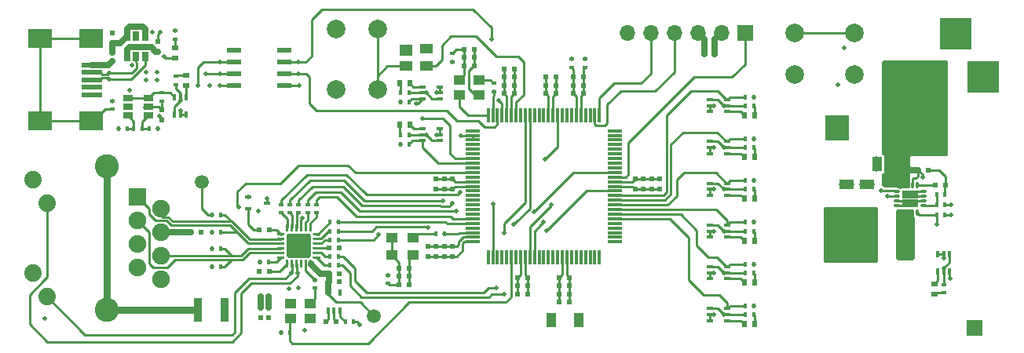
<source format=gbr>
G04 #@! TF.GenerationSoftware,KiCad,Pcbnew,(5.1.4)-1*
G04 #@! TF.CreationDate,2020-04-10T13:24:09-05:00*
G04 #@! TF.ProjectId,PIC32MZ_ETH_Demo,50494333-324d-45a5-9f45-54485f44656d,rev?*
G04 #@! TF.SameCoordinates,Original*
G04 #@! TF.FileFunction,Copper,L1,Top*
G04 #@! TF.FilePolarity,Positive*
%FSLAX46Y46*%
G04 Gerber Fmt 4.6, Leading zero omitted, Abs format (unit mm)*
G04 Created by KiCad (PCBNEW (5.1.4)-1) date 2020-04-10 13:24:09*
%MOMM*%
%LPD*%
G04 APERTURE LIST*
%ADD10R,2.550000X2.700000*%
%ADD11R,1.000000X1.600000*%
%ADD12R,0.600000X0.500000*%
%ADD13R,1.600000X1.000000*%
%ADD14R,0.500000X0.600000*%
%ADD15R,0.600000X0.700000*%
%ADD16R,0.700000X0.600000*%
%ADD17R,3.500000X3.500000*%
%ADD18O,1.700000X1.700000*%
%ADD19R,1.700000X1.700000*%
%ADD20R,1.900000X1.900000*%
%ADD21C,1.900000*%
%ADD22C,1.890000*%
%ADD23C,2.600000*%
%ADD24R,2.300000X0.500000*%
%ADD25R,2.500000X2.000000*%
%ADD26R,1.903000X2.790000*%
%ADD27R,0.600000X0.400000*%
%ADD28R,0.400000X0.600000*%
%ADD29R,0.700000X0.450000*%
%ADD30R,0.900000X2.500000*%
%ADD31C,2.000000*%
%ADD32C,1.500000*%
%ADD33O,0.300000X0.750000*%
%ADD34O,0.750000X0.300000*%
%ADD35R,0.900000X0.900000*%
%ADD36R,1.500000X0.300000*%
%ADD37R,0.300000X1.500000*%
%ADD38R,0.400000X0.650000*%
%ADD39C,0.100000*%
%ADD40C,0.250000*%
%ADD41R,0.650000X0.400000*%
%ADD42R,1.400000X1.200000*%
%ADD43R,1.400000X1.000000*%
%ADD44R,1.550000X0.600000*%
%ADD45R,1.060000X0.650000*%
%ADD46R,0.650000X1.060000*%
%ADD47R,1.300000X1.100000*%
%ADD48C,0.508000*%
%ADD49C,0.254000*%
%ADD50C,0.635000*%
%ADD51C,0.762000*%
G04 APERTURE END LIST*
D10*
X189547500Y-59499500D03*
X183197500Y-59499500D03*
D11*
X187476000Y-63373000D03*
X190476000Y-63373000D03*
D12*
X193823500Y-65659000D03*
X194923500Y-65659000D03*
X193018500Y-64008000D03*
X191918500Y-64008000D03*
D13*
X184213500Y-68556000D03*
X184213500Y-65556000D03*
X186436000Y-65556000D03*
X186436000Y-68556000D03*
D12*
X168931500Y-51498500D03*
X170031500Y-51498500D03*
D11*
X155360500Y-80200500D03*
X152360500Y-80200500D03*
D12*
X153247000Y-77406500D03*
X154347000Y-77406500D03*
X149838500Y-77406500D03*
X148738500Y-77406500D03*
X148378000Y-53086000D03*
X147278000Y-53086000D03*
X153247000Y-76517500D03*
X154347000Y-76517500D03*
X148738500Y-76517500D03*
X149838500Y-76517500D03*
X154347000Y-75628500D03*
X153247000Y-75628500D03*
X148738500Y-75628500D03*
X149838500Y-75628500D03*
D14*
X139954000Y-72221000D03*
X139954000Y-73321000D03*
X139954000Y-66082000D03*
X139954000Y-64982000D03*
X139065000Y-72221000D03*
X139065000Y-73321000D03*
X140843000Y-72221000D03*
X140843000Y-73321000D03*
X140843000Y-64982000D03*
X140843000Y-66082000D03*
X141732000Y-72221000D03*
X141732000Y-73321000D03*
X141732000Y-64982000D03*
X141732000Y-66082000D03*
D12*
X148378000Y-53975000D03*
X147278000Y-53975000D03*
X151786500Y-53975000D03*
X152886500Y-53975000D03*
D14*
X164084000Y-66082000D03*
X164084000Y-64982000D03*
D12*
X147278000Y-54864000D03*
X148378000Y-54864000D03*
X151786500Y-54864000D03*
X152886500Y-54864000D03*
X147278000Y-55753000D03*
X148378000Y-55753000D03*
X151786500Y-55753000D03*
X152886500Y-55753000D03*
D14*
X163195000Y-66082000D03*
X163195000Y-64982000D03*
D12*
X154771000Y-53975000D03*
X155871000Y-53975000D03*
X154347000Y-78295500D03*
X153247000Y-78295500D03*
D14*
X162306000Y-66082000D03*
X162306000Y-64982000D03*
D12*
X155871000Y-54864000D03*
X154771000Y-54864000D03*
D14*
X161417000Y-64982000D03*
X161417000Y-66082000D03*
D12*
X155871000Y-55753000D03*
X154771000Y-55753000D03*
X142960000Y-50990500D03*
X144060000Y-50990500D03*
X137075000Y-76390500D03*
X135975000Y-76390500D03*
X142960000Y-51879500D03*
X144060000Y-51879500D03*
X137075000Y-75501500D03*
X135975000Y-75501500D03*
X144060000Y-52768500D03*
X142960000Y-52768500D03*
X135975000Y-74612500D03*
X137075000Y-74612500D03*
X128101000Y-80391000D03*
X129201000Y-80391000D03*
X129518500Y-76073000D03*
X128418500Y-76073000D03*
D14*
X121031000Y-79988500D03*
X121031000Y-78888500D03*
X121920000Y-78888500D03*
X121920000Y-79988500D03*
D12*
X128418500Y-72453500D03*
X129518500Y-72453500D03*
X121962000Y-70485000D03*
X120862000Y-70485000D03*
X120862000Y-74930000D03*
X121962000Y-74930000D03*
X128418500Y-75184000D03*
X129518500Y-75184000D03*
X113496000Y-70739000D03*
X114596000Y-70739000D03*
D14*
X110363000Y-57489000D03*
X110363000Y-58589000D03*
X109982000Y-50123000D03*
X109982000Y-51223000D03*
X105092500Y-50334000D03*
X105092500Y-49234000D03*
D15*
X136038500Y-59118500D03*
X137138500Y-59118500D03*
X136038500Y-54673500D03*
X137138500Y-54673500D03*
D16*
X111823500Y-51904999D03*
X111823500Y-50804999D03*
X193738500Y-77385000D03*
X193738500Y-76285000D03*
X112987001Y-53806000D03*
X112987001Y-54906000D03*
D15*
X173186000Y-58102500D03*
X174286000Y-58102500D03*
X173186000Y-62611000D03*
X174286000Y-62611000D03*
X174286000Y-67119500D03*
X173186000Y-67119500D03*
X174286000Y-71628000D03*
X173186000Y-71628000D03*
X173186000Y-76136500D03*
X174286000Y-76136500D03*
X173186000Y-80645000D03*
X174286000Y-80645000D03*
D17*
X192976500Y-53975000D03*
X198976500Y-53975000D03*
X195976500Y-49275000D03*
D18*
X160575001Y-49212500D03*
X163115001Y-49212500D03*
X165655001Y-49212500D03*
X168195001Y-49212500D03*
X170735001Y-49212500D03*
D19*
X173275001Y-49212500D03*
D20*
X107759500Y-66929000D03*
D21*
X110299500Y-68199000D03*
X107759500Y-69469000D03*
X110299500Y-70739000D03*
X107759500Y-72009000D03*
X110299500Y-73279000D03*
X107759500Y-74549000D03*
X110299500Y-75819000D03*
D22*
X98039500Y-77699000D03*
X96519500Y-75159000D03*
X98039500Y-67589000D03*
X96519500Y-65049000D03*
D23*
X104469500Y-63599000D03*
X104469500Y-79149000D03*
D24*
X102876000Y-52692500D03*
X102876000Y-53492500D03*
X102876000Y-54292500D03*
X102876000Y-55092500D03*
X102876000Y-55892500D03*
D25*
X102776000Y-49842500D03*
X97276000Y-49842500D03*
X102776000Y-58742500D03*
X97276000Y-58742500D03*
D26*
X190513500Y-72263000D03*
X185660500Y-72263000D03*
D27*
X156019500Y-52964500D03*
X156019500Y-52064500D03*
X154622500Y-52064500D03*
X154622500Y-52964500D03*
X141732000Y-51429500D03*
X141732000Y-52329500D03*
X134747000Y-75369000D03*
X134747000Y-76269000D03*
D28*
X121025500Y-77640999D03*
X121925500Y-77640999D03*
D27*
X105092500Y-52266000D03*
X105092500Y-51366000D03*
X105092500Y-56573000D03*
X105092500Y-57473000D03*
D29*
X121713500Y-67564000D03*
X119713500Y-68214000D03*
X119713500Y-66914000D03*
D28*
X194823500Y-68834000D03*
X193923500Y-68834000D03*
X131069500Y-80391000D03*
X130169500Y-80391000D03*
X194823500Y-67754500D03*
X193923500Y-67754500D03*
X194823500Y-66675000D03*
X193923500Y-66675000D03*
D27*
X146177000Y-55568000D03*
X146177000Y-54668000D03*
D28*
X140848500Y-70929500D03*
X139948500Y-70929500D03*
X124148000Y-81534000D03*
X123248000Y-81534000D03*
D27*
X126873000Y-75877000D03*
X126873000Y-76777000D03*
X124206000Y-68649000D03*
X124206000Y-67749000D03*
X123253500Y-67749000D03*
X123253500Y-68649000D03*
X125158500Y-68649000D03*
X125158500Y-67749000D03*
D28*
X129418500Y-73342500D03*
X128518500Y-73342500D03*
X128518500Y-74295000D03*
X129418500Y-74295000D03*
X129418500Y-71564500D03*
X128518500Y-71564500D03*
X128518500Y-70612000D03*
X129418500Y-70612000D03*
X129418500Y-69659500D03*
X128518500Y-69659500D03*
D27*
X127063500Y-67749000D03*
X127063500Y-68649000D03*
X126111000Y-67749000D03*
X126111000Y-68649000D03*
D28*
X120962000Y-73914000D03*
X121862000Y-73914000D03*
X115818500Y-72517000D03*
X116718500Y-72517000D03*
X116718500Y-74422000D03*
X115818500Y-74422000D03*
X116718500Y-68834000D03*
X115818500Y-68834000D03*
X116718500Y-70739000D03*
X115818500Y-70739000D03*
D30*
X117147000Y-79121000D03*
X114247000Y-79121000D03*
D28*
X137038500Y-61214000D03*
X136138500Y-61214000D03*
X136138500Y-60198000D03*
X137038500Y-60198000D03*
X136138500Y-56642000D03*
X137038500Y-56642000D03*
X137038500Y-55689500D03*
X136138500Y-55689500D03*
X105722000Y-59563000D03*
X106622000Y-59563000D03*
X107373000Y-59563000D03*
X108273000Y-59563000D03*
X109024000Y-59563000D03*
X109924000Y-59563000D03*
D27*
X110363000Y-55684000D03*
X110363000Y-56584000D03*
X111823500Y-49916500D03*
X111823500Y-49016500D03*
X194754500Y-77285000D03*
X194754500Y-76385000D03*
X111887000Y-54806000D03*
X111887000Y-53906000D03*
D28*
X174186000Y-56134000D03*
X173286000Y-56134000D03*
X173286000Y-57086500D03*
X174186000Y-57086500D03*
X174186000Y-60642500D03*
X173286000Y-60642500D03*
X174186000Y-65151000D03*
X173286000Y-65151000D03*
X174186000Y-61595000D03*
X173286000Y-61595000D03*
X173286000Y-66103500D03*
X174186000Y-66103500D03*
X174186000Y-69659500D03*
X173286000Y-69659500D03*
X173286000Y-74168000D03*
X174186000Y-74168000D03*
X174186000Y-70612000D03*
X173286000Y-70612000D03*
X173286000Y-75120500D03*
X174186000Y-75120500D03*
X174186000Y-78676500D03*
X173286000Y-78676500D03*
X173286000Y-79629000D03*
X174186000Y-79629000D03*
D31*
X185102500Y-49221000D03*
X185102500Y-53721000D03*
X178602500Y-49221000D03*
X178602500Y-53721000D03*
X129159000Y-48808500D03*
X133659000Y-48808500D03*
X129159000Y-55308500D03*
X133659000Y-55308500D03*
D19*
X197993000Y-81026000D03*
D32*
X193230500Y-61214000D03*
X183134000Y-72263000D03*
X133286500Y-79756000D03*
X114744500Y-65341500D03*
D33*
X190321500Y-68594500D03*
X190821500Y-68594500D03*
X191321500Y-68594500D03*
X191821500Y-68594500D03*
D34*
X192546500Y-67869500D03*
X192546500Y-67369500D03*
X192546500Y-66869500D03*
X192546500Y-66369500D03*
D33*
X191821500Y-65644500D03*
X191321500Y-65644500D03*
X190821500Y-65644500D03*
X190321500Y-65644500D03*
D34*
X189596500Y-66369500D03*
X189596500Y-66869500D03*
X189596500Y-67369500D03*
X189596500Y-67869500D03*
D35*
X191521500Y-66669500D03*
X190621500Y-66669500D03*
X191521500Y-67569500D03*
X190621500Y-67569500D03*
D36*
X159274500Y-71786000D03*
X159274500Y-71286000D03*
X159274500Y-70786000D03*
X159274500Y-70286000D03*
X159274500Y-69786000D03*
X159274500Y-69286000D03*
X159274500Y-68786000D03*
X159274500Y-68286000D03*
X159274500Y-67786000D03*
X159274500Y-67286000D03*
X159274500Y-66786000D03*
X159274500Y-66286000D03*
X159274500Y-65786000D03*
X159274500Y-65286000D03*
X159274500Y-64786000D03*
X159274500Y-64286000D03*
X159274500Y-63786000D03*
X159274500Y-63286000D03*
X159274500Y-62786000D03*
X159274500Y-62286000D03*
X159274500Y-61786000D03*
X159274500Y-61286000D03*
X159274500Y-60786000D03*
X159274500Y-60286000D03*
X159274500Y-59786000D03*
D37*
X157574500Y-58086000D03*
X157074500Y-58086000D03*
X156574500Y-58086000D03*
X156074500Y-58086000D03*
X155574500Y-58086000D03*
X155074500Y-58086000D03*
X154574500Y-58086000D03*
X154074500Y-58086000D03*
X153574500Y-58086000D03*
X153074500Y-58086000D03*
X152574500Y-58086000D03*
X152074500Y-58086000D03*
X151574500Y-58086000D03*
X151074500Y-58086000D03*
X150574500Y-58086000D03*
X150074500Y-58086000D03*
X149574500Y-58086000D03*
X149074500Y-58086000D03*
X148574500Y-58086000D03*
X148074500Y-58086000D03*
X147574500Y-58086000D03*
X147074500Y-58086000D03*
X146574500Y-58086000D03*
X146074500Y-58086000D03*
X145574500Y-58086000D03*
D36*
X143874500Y-59786000D03*
X143874500Y-60286000D03*
X143874500Y-60786000D03*
X143874500Y-61286000D03*
X143874500Y-61786000D03*
X143874500Y-62286000D03*
X143874500Y-62786000D03*
X143874500Y-63286000D03*
X143874500Y-63786000D03*
X143874500Y-64286000D03*
X143874500Y-64786000D03*
X143874500Y-65286000D03*
X143874500Y-65786000D03*
X143874500Y-66286000D03*
X143874500Y-66786000D03*
X143874500Y-67286000D03*
X143874500Y-67786000D03*
X143874500Y-68286000D03*
X143874500Y-68786000D03*
X143874500Y-69286000D03*
X143874500Y-69786000D03*
X143874500Y-70286000D03*
X143874500Y-70786000D03*
X143874500Y-71286000D03*
X143874500Y-71786000D03*
D37*
X145574500Y-73486000D03*
X146074500Y-73486000D03*
X146574500Y-73486000D03*
X147074500Y-73486000D03*
X147574500Y-73486000D03*
X148074500Y-73486000D03*
X148574500Y-73486000D03*
X149074500Y-73486000D03*
X149574500Y-73486000D03*
X150074500Y-73486000D03*
X150574500Y-73486000D03*
X151074500Y-73486000D03*
X151574500Y-73486000D03*
X152074500Y-73486000D03*
X152574500Y-73486000D03*
X153074500Y-73486000D03*
X153574500Y-73486000D03*
X154074500Y-73486000D03*
X154574500Y-73486000D03*
X155074500Y-73486000D03*
X155574500Y-73486000D03*
X156074500Y-73486000D03*
X156574500Y-73486000D03*
X157074500Y-73486000D03*
X157574500Y-73486000D03*
D38*
X128318500Y-79182000D03*
X129618500Y-79182000D03*
X128968500Y-79182000D03*
X129618500Y-77282000D03*
X128318500Y-77282000D03*
D39*
G36*
X123577126Y-73324801D02*
G01*
X123583193Y-73325701D01*
X123589143Y-73327191D01*
X123594918Y-73329258D01*
X123600462Y-73331880D01*
X123605723Y-73335033D01*
X123610650Y-73338687D01*
X123615194Y-73342806D01*
X123619313Y-73347350D01*
X123622967Y-73352277D01*
X123626120Y-73357538D01*
X123628742Y-73363082D01*
X123630809Y-73368857D01*
X123632299Y-73374807D01*
X123633199Y-73380874D01*
X123633500Y-73387000D01*
X123633500Y-73512000D01*
X123633199Y-73518126D01*
X123632299Y-73524193D01*
X123630809Y-73530143D01*
X123628742Y-73535918D01*
X123626120Y-73541462D01*
X123622967Y-73546723D01*
X123619313Y-73551650D01*
X123615194Y-73556194D01*
X123610650Y-73560313D01*
X123605723Y-73563967D01*
X123600462Y-73567120D01*
X123594918Y-73569742D01*
X123589143Y-73571809D01*
X123583193Y-73573299D01*
X123577126Y-73574199D01*
X123571000Y-73574500D01*
X122871000Y-73574500D01*
X122864874Y-73574199D01*
X122858807Y-73573299D01*
X122852857Y-73571809D01*
X122847082Y-73569742D01*
X122841538Y-73567120D01*
X122836277Y-73563967D01*
X122831350Y-73560313D01*
X122826806Y-73556194D01*
X122822687Y-73551650D01*
X122819033Y-73546723D01*
X122815880Y-73541462D01*
X122813258Y-73535918D01*
X122811191Y-73530143D01*
X122809701Y-73524193D01*
X122808801Y-73518126D01*
X122808500Y-73512000D01*
X122808500Y-73387000D01*
X122808801Y-73380874D01*
X122809701Y-73374807D01*
X122811191Y-73368857D01*
X122813258Y-73363082D01*
X122815880Y-73357538D01*
X122819033Y-73352277D01*
X122822687Y-73347350D01*
X122826806Y-73342806D01*
X122831350Y-73338687D01*
X122836277Y-73335033D01*
X122841538Y-73331880D01*
X122847082Y-73329258D01*
X122852857Y-73327191D01*
X122858807Y-73325701D01*
X122864874Y-73324801D01*
X122871000Y-73324500D01*
X123571000Y-73324500D01*
X123577126Y-73324801D01*
X123577126Y-73324801D01*
G37*
D40*
X123221000Y-73449500D03*
D39*
G36*
X123577126Y-72824801D02*
G01*
X123583193Y-72825701D01*
X123589143Y-72827191D01*
X123594918Y-72829258D01*
X123600462Y-72831880D01*
X123605723Y-72835033D01*
X123610650Y-72838687D01*
X123615194Y-72842806D01*
X123619313Y-72847350D01*
X123622967Y-72852277D01*
X123626120Y-72857538D01*
X123628742Y-72863082D01*
X123630809Y-72868857D01*
X123632299Y-72874807D01*
X123633199Y-72880874D01*
X123633500Y-72887000D01*
X123633500Y-73012000D01*
X123633199Y-73018126D01*
X123632299Y-73024193D01*
X123630809Y-73030143D01*
X123628742Y-73035918D01*
X123626120Y-73041462D01*
X123622967Y-73046723D01*
X123619313Y-73051650D01*
X123615194Y-73056194D01*
X123610650Y-73060313D01*
X123605723Y-73063967D01*
X123600462Y-73067120D01*
X123594918Y-73069742D01*
X123589143Y-73071809D01*
X123583193Y-73073299D01*
X123577126Y-73074199D01*
X123571000Y-73074500D01*
X122871000Y-73074500D01*
X122864874Y-73074199D01*
X122858807Y-73073299D01*
X122852857Y-73071809D01*
X122847082Y-73069742D01*
X122841538Y-73067120D01*
X122836277Y-73063967D01*
X122831350Y-73060313D01*
X122826806Y-73056194D01*
X122822687Y-73051650D01*
X122819033Y-73046723D01*
X122815880Y-73041462D01*
X122813258Y-73035918D01*
X122811191Y-73030143D01*
X122809701Y-73024193D01*
X122808801Y-73018126D01*
X122808500Y-73012000D01*
X122808500Y-72887000D01*
X122808801Y-72880874D01*
X122809701Y-72874807D01*
X122811191Y-72868857D01*
X122813258Y-72863082D01*
X122815880Y-72857538D01*
X122819033Y-72852277D01*
X122822687Y-72847350D01*
X122826806Y-72842806D01*
X122831350Y-72838687D01*
X122836277Y-72835033D01*
X122841538Y-72831880D01*
X122847082Y-72829258D01*
X122852857Y-72827191D01*
X122858807Y-72825701D01*
X122864874Y-72824801D01*
X122871000Y-72824500D01*
X123571000Y-72824500D01*
X123577126Y-72824801D01*
X123577126Y-72824801D01*
G37*
D40*
X123221000Y-72949500D03*
D39*
G36*
X123577126Y-72324801D02*
G01*
X123583193Y-72325701D01*
X123589143Y-72327191D01*
X123594918Y-72329258D01*
X123600462Y-72331880D01*
X123605723Y-72335033D01*
X123610650Y-72338687D01*
X123615194Y-72342806D01*
X123619313Y-72347350D01*
X123622967Y-72352277D01*
X123626120Y-72357538D01*
X123628742Y-72363082D01*
X123630809Y-72368857D01*
X123632299Y-72374807D01*
X123633199Y-72380874D01*
X123633500Y-72387000D01*
X123633500Y-72512000D01*
X123633199Y-72518126D01*
X123632299Y-72524193D01*
X123630809Y-72530143D01*
X123628742Y-72535918D01*
X123626120Y-72541462D01*
X123622967Y-72546723D01*
X123619313Y-72551650D01*
X123615194Y-72556194D01*
X123610650Y-72560313D01*
X123605723Y-72563967D01*
X123600462Y-72567120D01*
X123594918Y-72569742D01*
X123589143Y-72571809D01*
X123583193Y-72573299D01*
X123577126Y-72574199D01*
X123571000Y-72574500D01*
X122871000Y-72574500D01*
X122864874Y-72574199D01*
X122858807Y-72573299D01*
X122852857Y-72571809D01*
X122847082Y-72569742D01*
X122841538Y-72567120D01*
X122836277Y-72563967D01*
X122831350Y-72560313D01*
X122826806Y-72556194D01*
X122822687Y-72551650D01*
X122819033Y-72546723D01*
X122815880Y-72541462D01*
X122813258Y-72535918D01*
X122811191Y-72530143D01*
X122809701Y-72524193D01*
X122808801Y-72518126D01*
X122808500Y-72512000D01*
X122808500Y-72387000D01*
X122808801Y-72380874D01*
X122809701Y-72374807D01*
X122811191Y-72368857D01*
X122813258Y-72363082D01*
X122815880Y-72357538D01*
X122819033Y-72352277D01*
X122822687Y-72347350D01*
X122826806Y-72342806D01*
X122831350Y-72338687D01*
X122836277Y-72335033D01*
X122841538Y-72331880D01*
X122847082Y-72329258D01*
X122852857Y-72327191D01*
X122858807Y-72325701D01*
X122864874Y-72324801D01*
X122871000Y-72324500D01*
X123571000Y-72324500D01*
X123577126Y-72324801D01*
X123577126Y-72324801D01*
G37*
D40*
X123221000Y-72449500D03*
D39*
G36*
X123577126Y-71824801D02*
G01*
X123583193Y-71825701D01*
X123589143Y-71827191D01*
X123594918Y-71829258D01*
X123600462Y-71831880D01*
X123605723Y-71835033D01*
X123610650Y-71838687D01*
X123615194Y-71842806D01*
X123619313Y-71847350D01*
X123622967Y-71852277D01*
X123626120Y-71857538D01*
X123628742Y-71863082D01*
X123630809Y-71868857D01*
X123632299Y-71874807D01*
X123633199Y-71880874D01*
X123633500Y-71887000D01*
X123633500Y-72012000D01*
X123633199Y-72018126D01*
X123632299Y-72024193D01*
X123630809Y-72030143D01*
X123628742Y-72035918D01*
X123626120Y-72041462D01*
X123622967Y-72046723D01*
X123619313Y-72051650D01*
X123615194Y-72056194D01*
X123610650Y-72060313D01*
X123605723Y-72063967D01*
X123600462Y-72067120D01*
X123594918Y-72069742D01*
X123589143Y-72071809D01*
X123583193Y-72073299D01*
X123577126Y-72074199D01*
X123571000Y-72074500D01*
X122871000Y-72074500D01*
X122864874Y-72074199D01*
X122858807Y-72073299D01*
X122852857Y-72071809D01*
X122847082Y-72069742D01*
X122841538Y-72067120D01*
X122836277Y-72063967D01*
X122831350Y-72060313D01*
X122826806Y-72056194D01*
X122822687Y-72051650D01*
X122819033Y-72046723D01*
X122815880Y-72041462D01*
X122813258Y-72035918D01*
X122811191Y-72030143D01*
X122809701Y-72024193D01*
X122808801Y-72018126D01*
X122808500Y-72012000D01*
X122808500Y-71887000D01*
X122808801Y-71880874D01*
X122809701Y-71874807D01*
X122811191Y-71868857D01*
X122813258Y-71863082D01*
X122815880Y-71857538D01*
X122819033Y-71852277D01*
X122822687Y-71847350D01*
X122826806Y-71842806D01*
X122831350Y-71838687D01*
X122836277Y-71835033D01*
X122841538Y-71831880D01*
X122847082Y-71829258D01*
X122852857Y-71827191D01*
X122858807Y-71825701D01*
X122864874Y-71824801D01*
X122871000Y-71824500D01*
X123571000Y-71824500D01*
X123577126Y-71824801D01*
X123577126Y-71824801D01*
G37*
D40*
X123221000Y-71949500D03*
D39*
G36*
X123577126Y-71324801D02*
G01*
X123583193Y-71325701D01*
X123589143Y-71327191D01*
X123594918Y-71329258D01*
X123600462Y-71331880D01*
X123605723Y-71335033D01*
X123610650Y-71338687D01*
X123615194Y-71342806D01*
X123619313Y-71347350D01*
X123622967Y-71352277D01*
X123626120Y-71357538D01*
X123628742Y-71363082D01*
X123630809Y-71368857D01*
X123632299Y-71374807D01*
X123633199Y-71380874D01*
X123633500Y-71387000D01*
X123633500Y-71512000D01*
X123633199Y-71518126D01*
X123632299Y-71524193D01*
X123630809Y-71530143D01*
X123628742Y-71535918D01*
X123626120Y-71541462D01*
X123622967Y-71546723D01*
X123619313Y-71551650D01*
X123615194Y-71556194D01*
X123610650Y-71560313D01*
X123605723Y-71563967D01*
X123600462Y-71567120D01*
X123594918Y-71569742D01*
X123589143Y-71571809D01*
X123583193Y-71573299D01*
X123577126Y-71574199D01*
X123571000Y-71574500D01*
X122871000Y-71574500D01*
X122864874Y-71574199D01*
X122858807Y-71573299D01*
X122852857Y-71571809D01*
X122847082Y-71569742D01*
X122841538Y-71567120D01*
X122836277Y-71563967D01*
X122831350Y-71560313D01*
X122826806Y-71556194D01*
X122822687Y-71551650D01*
X122819033Y-71546723D01*
X122815880Y-71541462D01*
X122813258Y-71535918D01*
X122811191Y-71530143D01*
X122809701Y-71524193D01*
X122808801Y-71518126D01*
X122808500Y-71512000D01*
X122808500Y-71387000D01*
X122808801Y-71380874D01*
X122809701Y-71374807D01*
X122811191Y-71368857D01*
X122813258Y-71363082D01*
X122815880Y-71357538D01*
X122819033Y-71352277D01*
X122822687Y-71347350D01*
X122826806Y-71342806D01*
X122831350Y-71338687D01*
X122836277Y-71335033D01*
X122841538Y-71331880D01*
X122847082Y-71329258D01*
X122852857Y-71327191D01*
X122858807Y-71325701D01*
X122864874Y-71324801D01*
X122871000Y-71324500D01*
X123571000Y-71324500D01*
X123577126Y-71324801D01*
X123577126Y-71324801D01*
G37*
D40*
X123221000Y-71449500D03*
D39*
G36*
X123577126Y-70824801D02*
G01*
X123583193Y-70825701D01*
X123589143Y-70827191D01*
X123594918Y-70829258D01*
X123600462Y-70831880D01*
X123605723Y-70835033D01*
X123610650Y-70838687D01*
X123615194Y-70842806D01*
X123619313Y-70847350D01*
X123622967Y-70852277D01*
X123626120Y-70857538D01*
X123628742Y-70863082D01*
X123630809Y-70868857D01*
X123632299Y-70874807D01*
X123633199Y-70880874D01*
X123633500Y-70887000D01*
X123633500Y-71012000D01*
X123633199Y-71018126D01*
X123632299Y-71024193D01*
X123630809Y-71030143D01*
X123628742Y-71035918D01*
X123626120Y-71041462D01*
X123622967Y-71046723D01*
X123619313Y-71051650D01*
X123615194Y-71056194D01*
X123610650Y-71060313D01*
X123605723Y-71063967D01*
X123600462Y-71067120D01*
X123594918Y-71069742D01*
X123589143Y-71071809D01*
X123583193Y-71073299D01*
X123577126Y-71074199D01*
X123571000Y-71074500D01*
X122871000Y-71074500D01*
X122864874Y-71074199D01*
X122858807Y-71073299D01*
X122852857Y-71071809D01*
X122847082Y-71069742D01*
X122841538Y-71067120D01*
X122836277Y-71063967D01*
X122831350Y-71060313D01*
X122826806Y-71056194D01*
X122822687Y-71051650D01*
X122819033Y-71046723D01*
X122815880Y-71041462D01*
X122813258Y-71035918D01*
X122811191Y-71030143D01*
X122809701Y-71024193D01*
X122808801Y-71018126D01*
X122808500Y-71012000D01*
X122808500Y-70887000D01*
X122808801Y-70880874D01*
X122809701Y-70874807D01*
X122811191Y-70868857D01*
X122813258Y-70863082D01*
X122815880Y-70857538D01*
X122819033Y-70852277D01*
X122822687Y-70847350D01*
X122826806Y-70842806D01*
X122831350Y-70838687D01*
X122836277Y-70835033D01*
X122841538Y-70831880D01*
X122847082Y-70829258D01*
X122852857Y-70827191D01*
X122858807Y-70825701D01*
X122864874Y-70824801D01*
X122871000Y-70824500D01*
X123571000Y-70824500D01*
X123577126Y-70824801D01*
X123577126Y-70824801D01*
G37*
D40*
X123221000Y-70949500D03*
D39*
G36*
X123977126Y-69849801D02*
G01*
X123983193Y-69850701D01*
X123989143Y-69852191D01*
X123994918Y-69854258D01*
X124000462Y-69856880D01*
X124005723Y-69860033D01*
X124010650Y-69863687D01*
X124015194Y-69867806D01*
X124019313Y-69872350D01*
X124022967Y-69877277D01*
X124026120Y-69882538D01*
X124028742Y-69888082D01*
X124030809Y-69893857D01*
X124032299Y-69899807D01*
X124033199Y-69905874D01*
X124033500Y-69912000D01*
X124033500Y-70612000D01*
X124033199Y-70618126D01*
X124032299Y-70624193D01*
X124030809Y-70630143D01*
X124028742Y-70635918D01*
X124026120Y-70641462D01*
X124022967Y-70646723D01*
X124019313Y-70651650D01*
X124015194Y-70656194D01*
X124010650Y-70660313D01*
X124005723Y-70663967D01*
X124000462Y-70667120D01*
X123994918Y-70669742D01*
X123989143Y-70671809D01*
X123983193Y-70673299D01*
X123977126Y-70674199D01*
X123971000Y-70674500D01*
X123846000Y-70674500D01*
X123839874Y-70674199D01*
X123833807Y-70673299D01*
X123827857Y-70671809D01*
X123822082Y-70669742D01*
X123816538Y-70667120D01*
X123811277Y-70663967D01*
X123806350Y-70660313D01*
X123801806Y-70656194D01*
X123797687Y-70651650D01*
X123794033Y-70646723D01*
X123790880Y-70641462D01*
X123788258Y-70635918D01*
X123786191Y-70630143D01*
X123784701Y-70624193D01*
X123783801Y-70618126D01*
X123783500Y-70612000D01*
X123783500Y-69912000D01*
X123783801Y-69905874D01*
X123784701Y-69899807D01*
X123786191Y-69893857D01*
X123788258Y-69888082D01*
X123790880Y-69882538D01*
X123794033Y-69877277D01*
X123797687Y-69872350D01*
X123801806Y-69867806D01*
X123806350Y-69863687D01*
X123811277Y-69860033D01*
X123816538Y-69856880D01*
X123822082Y-69854258D01*
X123827857Y-69852191D01*
X123833807Y-69850701D01*
X123839874Y-69849801D01*
X123846000Y-69849500D01*
X123971000Y-69849500D01*
X123977126Y-69849801D01*
X123977126Y-69849801D01*
G37*
D40*
X123908500Y-70262000D03*
D39*
G36*
X124477126Y-69849801D02*
G01*
X124483193Y-69850701D01*
X124489143Y-69852191D01*
X124494918Y-69854258D01*
X124500462Y-69856880D01*
X124505723Y-69860033D01*
X124510650Y-69863687D01*
X124515194Y-69867806D01*
X124519313Y-69872350D01*
X124522967Y-69877277D01*
X124526120Y-69882538D01*
X124528742Y-69888082D01*
X124530809Y-69893857D01*
X124532299Y-69899807D01*
X124533199Y-69905874D01*
X124533500Y-69912000D01*
X124533500Y-70612000D01*
X124533199Y-70618126D01*
X124532299Y-70624193D01*
X124530809Y-70630143D01*
X124528742Y-70635918D01*
X124526120Y-70641462D01*
X124522967Y-70646723D01*
X124519313Y-70651650D01*
X124515194Y-70656194D01*
X124510650Y-70660313D01*
X124505723Y-70663967D01*
X124500462Y-70667120D01*
X124494918Y-70669742D01*
X124489143Y-70671809D01*
X124483193Y-70673299D01*
X124477126Y-70674199D01*
X124471000Y-70674500D01*
X124346000Y-70674500D01*
X124339874Y-70674199D01*
X124333807Y-70673299D01*
X124327857Y-70671809D01*
X124322082Y-70669742D01*
X124316538Y-70667120D01*
X124311277Y-70663967D01*
X124306350Y-70660313D01*
X124301806Y-70656194D01*
X124297687Y-70651650D01*
X124294033Y-70646723D01*
X124290880Y-70641462D01*
X124288258Y-70635918D01*
X124286191Y-70630143D01*
X124284701Y-70624193D01*
X124283801Y-70618126D01*
X124283500Y-70612000D01*
X124283500Y-69912000D01*
X124283801Y-69905874D01*
X124284701Y-69899807D01*
X124286191Y-69893857D01*
X124288258Y-69888082D01*
X124290880Y-69882538D01*
X124294033Y-69877277D01*
X124297687Y-69872350D01*
X124301806Y-69867806D01*
X124306350Y-69863687D01*
X124311277Y-69860033D01*
X124316538Y-69856880D01*
X124322082Y-69854258D01*
X124327857Y-69852191D01*
X124333807Y-69850701D01*
X124339874Y-69849801D01*
X124346000Y-69849500D01*
X124471000Y-69849500D01*
X124477126Y-69849801D01*
X124477126Y-69849801D01*
G37*
D40*
X124408500Y-70262000D03*
D39*
G36*
X124977126Y-69849801D02*
G01*
X124983193Y-69850701D01*
X124989143Y-69852191D01*
X124994918Y-69854258D01*
X125000462Y-69856880D01*
X125005723Y-69860033D01*
X125010650Y-69863687D01*
X125015194Y-69867806D01*
X125019313Y-69872350D01*
X125022967Y-69877277D01*
X125026120Y-69882538D01*
X125028742Y-69888082D01*
X125030809Y-69893857D01*
X125032299Y-69899807D01*
X125033199Y-69905874D01*
X125033500Y-69912000D01*
X125033500Y-70612000D01*
X125033199Y-70618126D01*
X125032299Y-70624193D01*
X125030809Y-70630143D01*
X125028742Y-70635918D01*
X125026120Y-70641462D01*
X125022967Y-70646723D01*
X125019313Y-70651650D01*
X125015194Y-70656194D01*
X125010650Y-70660313D01*
X125005723Y-70663967D01*
X125000462Y-70667120D01*
X124994918Y-70669742D01*
X124989143Y-70671809D01*
X124983193Y-70673299D01*
X124977126Y-70674199D01*
X124971000Y-70674500D01*
X124846000Y-70674500D01*
X124839874Y-70674199D01*
X124833807Y-70673299D01*
X124827857Y-70671809D01*
X124822082Y-70669742D01*
X124816538Y-70667120D01*
X124811277Y-70663967D01*
X124806350Y-70660313D01*
X124801806Y-70656194D01*
X124797687Y-70651650D01*
X124794033Y-70646723D01*
X124790880Y-70641462D01*
X124788258Y-70635918D01*
X124786191Y-70630143D01*
X124784701Y-70624193D01*
X124783801Y-70618126D01*
X124783500Y-70612000D01*
X124783500Y-69912000D01*
X124783801Y-69905874D01*
X124784701Y-69899807D01*
X124786191Y-69893857D01*
X124788258Y-69888082D01*
X124790880Y-69882538D01*
X124794033Y-69877277D01*
X124797687Y-69872350D01*
X124801806Y-69867806D01*
X124806350Y-69863687D01*
X124811277Y-69860033D01*
X124816538Y-69856880D01*
X124822082Y-69854258D01*
X124827857Y-69852191D01*
X124833807Y-69850701D01*
X124839874Y-69849801D01*
X124846000Y-69849500D01*
X124971000Y-69849500D01*
X124977126Y-69849801D01*
X124977126Y-69849801D01*
G37*
D40*
X124908500Y-70262000D03*
D39*
G36*
X125477126Y-69849801D02*
G01*
X125483193Y-69850701D01*
X125489143Y-69852191D01*
X125494918Y-69854258D01*
X125500462Y-69856880D01*
X125505723Y-69860033D01*
X125510650Y-69863687D01*
X125515194Y-69867806D01*
X125519313Y-69872350D01*
X125522967Y-69877277D01*
X125526120Y-69882538D01*
X125528742Y-69888082D01*
X125530809Y-69893857D01*
X125532299Y-69899807D01*
X125533199Y-69905874D01*
X125533500Y-69912000D01*
X125533500Y-70612000D01*
X125533199Y-70618126D01*
X125532299Y-70624193D01*
X125530809Y-70630143D01*
X125528742Y-70635918D01*
X125526120Y-70641462D01*
X125522967Y-70646723D01*
X125519313Y-70651650D01*
X125515194Y-70656194D01*
X125510650Y-70660313D01*
X125505723Y-70663967D01*
X125500462Y-70667120D01*
X125494918Y-70669742D01*
X125489143Y-70671809D01*
X125483193Y-70673299D01*
X125477126Y-70674199D01*
X125471000Y-70674500D01*
X125346000Y-70674500D01*
X125339874Y-70674199D01*
X125333807Y-70673299D01*
X125327857Y-70671809D01*
X125322082Y-70669742D01*
X125316538Y-70667120D01*
X125311277Y-70663967D01*
X125306350Y-70660313D01*
X125301806Y-70656194D01*
X125297687Y-70651650D01*
X125294033Y-70646723D01*
X125290880Y-70641462D01*
X125288258Y-70635918D01*
X125286191Y-70630143D01*
X125284701Y-70624193D01*
X125283801Y-70618126D01*
X125283500Y-70612000D01*
X125283500Y-69912000D01*
X125283801Y-69905874D01*
X125284701Y-69899807D01*
X125286191Y-69893857D01*
X125288258Y-69888082D01*
X125290880Y-69882538D01*
X125294033Y-69877277D01*
X125297687Y-69872350D01*
X125301806Y-69867806D01*
X125306350Y-69863687D01*
X125311277Y-69860033D01*
X125316538Y-69856880D01*
X125322082Y-69854258D01*
X125327857Y-69852191D01*
X125333807Y-69850701D01*
X125339874Y-69849801D01*
X125346000Y-69849500D01*
X125471000Y-69849500D01*
X125477126Y-69849801D01*
X125477126Y-69849801D01*
G37*
D40*
X125408500Y-70262000D03*
D39*
G36*
X125977126Y-69849801D02*
G01*
X125983193Y-69850701D01*
X125989143Y-69852191D01*
X125994918Y-69854258D01*
X126000462Y-69856880D01*
X126005723Y-69860033D01*
X126010650Y-69863687D01*
X126015194Y-69867806D01*
X126019313Y-69872350D01*
X126022967Y-69877277D01*
X126026120Y-69882538D01*
X126028742Y-69888082D01*
X126030809Y-69893857D01*
X126032299Y-69899807D01*
X126033199Y-69905874D01*
X126033500Y-69912000D01*
X126033500Y-70612000D01*
X126033199Y-70618126D01*
X126032299Y-70624193D01*
X126030809Y-70630143D01*
X126028742Y-70635918D01*
X126026120Y-70641462D01*
X126022967Y-70646723D01*
X126019313Y-70651650D01*
X126015194Y-70656194D01*
X126010650Y-70660313D01*
X126005723Y-70663967D01*
X126000462Y-70667120D01*
X125994918Y-70669742D01*
X125989143Y-70671809D01*
X125983193Y-70673299D01*
X125977126Y-70674199D01*
X125971000Y-70674500D01*
X125846000Y-70674500D01*
X125839874Y-70674199D01*
X125833807Y-70673299D01*
X125827857Y-70671809D01*
X125822082Y-70669742D01*
X125816538Y-70667120D01*
X125811277Y-70663967D01*
X125806350Y-70660313D01*
X125801806Y-70656194D01*
X125797687Y-70651650D01*
X125794033Y-70646723D01*
X125790880Y-70641462D01*
X125788258Y-70635918D01*
X125786191Y-70630143D01*
X125784701Y-70624193D01*
X125783801Y-70618126D01*
X125783500Y-70612000D01*
X125783500Y-69912000D01*
X125783801Y-69905874D01*
X125784701Y-69899807D01*
X125786191Y-69893857D01*
X125788258Y-69888082D01*
X125790880Y-69882538D01*
X125794033Y-69877277D01*
X125797687Y-69872350D01*
X125801806Y-69867806D01*
X125806350Y-69863687D01*
X125811277Y-69860033D01*
X125816538Y-69856880D01*
X125822082Y-69854258D01*
X125827857Y-69852191D01*
X125833807Y-69850701D01*
X125839874Y-69849801D01*
X125846000Y-69849500D01*
X125971000Y-69849500D01*
X125977126Y-69849801D01*
X125977126Y-69849801D01*
G37*
D40*
X125908500Y-70262000D03*
D39*
G36*
X126477126Y-69849801D02*
G01*
X126483193Y-69850701D01*
X126489143Y-69852191D01*
X126494918Y-69854258D01*
X126500462Y-69856880D01*
X126505723Y-69860033D01*
X126510650Y-69863687D01*
X126515194Y-69867806D01*
X126519313Y-69872350D01*
X126522967Y-69877277D01*
X126526120Y-69882538D01*
X126528742Y-69888082D01*
X126530809Y-69893857D01*
X126532299Y-69899807D01*
X126533199Y-69905874D01*
X126533500Y-69912000D01*
X126533500Y-70612000D01*
X126533199Y-70618126D01*
X126532299Y-70624193D01*
X126530809Y-70630143D01*
X126528742Y-70635918D01*
X126526120Y-70641462D01*
X126522967Y-70646723D01*
X126519313Y-70651650D01*
X126515194Y-70656194D01*
X126510650Y-70660313D01*
X126505723Y-70663967D01*
X126500462Y-70667120D01*
X126494918Y-70669742D01*
X126489143Y-70671809D01*
X126483193Y-70673299D01*
X126477126Y-70674199D01*
X126471000Y-70674500D01*
X126346000Y-70674500D01*
X126339874Y-70674199D01*
X126333807Y-70673299D01*
X126327857Y-70671809D01*
X126322082Y-70669742D01*
X126316538Y-70667120D01*
X126311277Y-70663967D01*
X126306350Y-70660313D01*
X126301806Y-70656194D01*
X126297687Y-70651650D01*
X126294033Y-70646723D01*
X126290880Y-70641462D01*
X126288258Y-70635918D01*
X126286191Y-70630143D01*
X126284701Y-70624193D01*
X126283801Y-70618126D01*
X126283500Y-70612000D01*
X126283500Y-69912000D01*
X126283801Y-69905874D01*
X126284701Y-69899807D01*
X126286191Y-69893857D01*
X126288258Y-69888082D01*
X126290880Y-69882538D01*
X126294033Y-69877277D01*
X126297687Y-69872350D01*
X126301806Y-69867806D01*
X126306350Y-69863687D01*
X126311277Y-69860033D01*
X126316538Y-69856880D01*
X126322082Y-69854258D01*
X126327857Y-69852191D01*
X126333807Y-69850701D01*
X126339874Y-69849801D01*
X126346000Y-69849500D01*
X126471000Y-69849500D01*
X126477126Y-69849801D01*
X126477126Y-69849801D01*
G37*
D40*
X126408500Y-70262000D03*
D39*
G36*
X127452126Y-70824801D02*
G01*
X127458193Y-70825701D01*
X127464143Y-70827191D01*
X127469918Y-70829258D01*
X127475462Y-70831880D01*
X127480723Y-70835033D01*
X127485650Y-70838687D01*
X127490194Y-70842806D01*
X127494313Y-70847350D01*
X127497967Y-70852277D01*
X127501120Y-70857538D01*
X127503742Y-70863082D01*
X127505809Y-70868857D01*
X127507299Y-70874807D01*
X127508199Y-70880874D01*
X127508500Y-70887000D01*
X127508500Y-71012000D01*
X127508199Y-71018126D01*
X127507299Y-71024193D01*
X127505809Y-71030143D01*
X127503742Y-71035918D01*
X127501120Y-71041462D01*
X127497967Y-71046723D01*
X127494313Y-71051650D01*
X127490194Y-71056194D01*
X127485650Y-71060313D01*
X127480723Y-71063967D01*
X127475462Y-71067120D01*
X127469918Y-71069742D01*
X127464143Y-71071809D01*
X127458193Y-71073299D01*
X127452126Y-71074199D01*
X127446000Y-71074500D01*
X126746000Y-71074500D01*
X126739874Y-71074199D01*
X126733807Y-71073299D01*
X126727857Y-71071809D01*
X126722082Y-71069742D01*
X126716538Y-71067120D01*
X126711277Y-71063967D01*
X126706350Y-71060313D01*
X126701806Y-71056194D01*
X126697687Y-71051650D01*
X126694033Y-71046723D01*
X126690880Y-71041462D01*
X126688258Y-71035918D01*
X126686191Y-71030143D01*
X126684701Y-71024193D01*
X126683801Y-71018126D01*
X126683500Y-71012000D01*
X126683500Y-70887000D01*
X126683801Y-70880874D01*
X126684701Y-70874807D01*
X126686191Y-70868857D01*
X126688258Y-70863082D01*
X126690880Y-70857538D01*
X126694033Y-70852277D01*
X126697687Y-70847350D01*
X126701806Y-70842806D01*
X126706350Y-70838687D01*
X126711277Y-70835033D01*
X126716538Y-70831880D01*
X126722082Y-70829258D01*
X126727857Y-70827191D01*
X126733807Y-70825701D01*
X126739874Y-70824801D01*
X126746000Y-70824500D01*
X127446000Y-70824500D01*
X127452126Y-70824801D01*
X127452126Y-70824801D01*
G37*
D40*
X127096000Y-70949500D03*
D39*
G36*
X127452126Y-71324801D02*
G01*
X127458193Y-71325701D01*
X127464143Y-71327191D01*
X127469918Y-71329258D01*
X127475462Y-71331880D01*
X127480723Y-71335033D01*
X127485650Y-71338687D01*
X127490194Y-71342806D01*
X127494313Y-71347350D01*
X127497967Y-71352277D01*
X127501120Y-71357538D01*
X127503742Y-71363082D01*
X127505809Y-71368857D01*
X127507299Y-71374807D01*
X127508199Y-71380874D01*
X127508500Y-71387000D01*
X127508500Y-71512000D01*
X127508199Y-71518126D01*
X127507299Y-71524193D01*
X127505809Y-71530143D01*
X127503742Y-71535918D01*
X127501120Y-71541462D01*
X127497967Y-71546723D01*
X127494313Y-71551650D01*
X127490194Y-71556194D01*
X127485650Y-71560313D01*
X127480723Y-71563967D01*
X127475462Y-71567120D01*
X127469918Y-71569742D01*
X127464143Y-71571809D01*
X127458193Y-71573299D01*
X127452126Y-71574199D01*
X127446000Y-71574500D01*
X126746000Y-71574500D01*
X126739874Y-71574199D01*
X126733807Y-71573299D01*
X126727857Y-71571809D01*
X126722082Y-71569742D01*
X126716538Y-71567120D01*
X126711277Y-71563967D01*
X126706350Y-71560313D01*
X126701806Y-71556194D01*
X126697687Y-71551650D01*
X126694033Y-71546723D01*
X126690880Y-71541462D01*
X126688258Y-71535918D01*
X126686191Y-71530143D01*
X126684701Y-71524193D01*
X126683801Y-71518126D01*
X126683500Y-71512000D01*
X126683500Y-71387000D01*
X126683801Y-71380874D01*
X126684701Y-71374807D01*
X126686191Y-71368857D01*
X126688258Y-71363082D01*
X126690880Y-71357538D01*
X126694033Y-71352277D01*
X126697687Y-71347350D01*
X126701806Y-71342806D01*
X126706350Y-71338687D01*
X126711277Y-71335033D01*
X126716538Y-71331880D01*
X126722082Y-71329258D01*
X126727857Y-71327191D01*
X126733807Y-71325701D01*
X126739874Y-71324801D01*
X126746000Y-71324500D01*
X127446000Y-71324500D01*
X127452126Y-71324801D01*
X127452126Y-71324801D01*
G37*
D40*
X127096000Y-71449500D03*
D39*
G36*
X127452126Y-71824801D02*
G01*
X127458193Y-71825701D01*
X127464143Y-71827191D01*
X127469918Y-71829258D01*
X127475462Y-71831880D01*
X127480723Y-71835033D01*
X127485650Y-71838687D01*
X127490194Y-71842806D01*
X127494313Y-71847350D01*
X127497967Y-71852277D01*
X127501120Y-71857538D01*
X127503742Y-71863082D01*
X127505809Y-71868857D01*
X127507299Y-71874807D01*
X127508199Y-71880874D01*
X127508500Y-71887000D01*
X127508500Y-72012000D01*
X127508199Y-72018126D01*
X127507299Y-72024193D01*
X127505809Y-72030143D01*
X127503742Y-72035918D01*
X127501120Y-72041462D01*
X127497967Y-72046723D01*
X127494313Y-72051650D01*
X127490194Y-72056194D01*
X127485650Y-72060313D01*
X127480723Y-72063967D01*
X127475462Y-72067120D01*
X127469918Y-72069742D01*
X127464143Y-72071809D01*
X127458193Y-72073299D01*
X127452126Y-72074199D01*
X127446000Y-72074500D01*
X126746000Y-72074500D01*
X126739874Y-72074199D01*
X126733807Y-72073299D01*
X126727857Y-72071809D01*
X126722082Y-72069742D01*
X126716538Y-72067120D01*
X126711277Y-72063967D01*
X126706350Y-72060313D01*
X126701806Y-72056194D01*
X126697687Y-72051650D01*
X126694033Y-72046723D01*
X126690880Y-72041462D01*
X126688258Y-72035918D01*
X126686191Y-72030143D01*
X126684701Y-72024193D01*
X126683801Y-72018126D01*
X126683500Y-72012000D01*
X126683500Y-71887000D01*
X126683801Y-71880874D01*
X126684701Y-71874807D01*
X126686191Y-71868857D01*
X126688258Y-71863082D01*
X126690880Y-71857538D01*
X126694033Y-71852277D01*
X126697687Y-71847350D01*
X126701806Y-71842806D01*
X126706350Y-71838687D01*
X126711277Y-71835033D01*
X126716538Y-71831880D01*
X126722082Y-71829258D01*
X126727857Y-71827191D01*
X126733807Y-71825701D01*
X126739874Y-71824801D01*
X126746000Y-71824500D01*
X127446000Y-71824500D01*
X127452126Y-71824801D01*
X127452126Y-71824801D01*
G37*
D40*
X127096000Y-71949500D03*
D39*
G36*
X127452126Y-72324801D02*
G01*
X127458193Y-72325701D01*
X127464143Y-72327191D01*
X127469918Y-72329258D01*
X127475462Y-72331880D01*
X127480723Y-72335033D01*
X127485650Y-72338687D01*
X127490194Y-72342806D01*
X127494313Y-72347350D01*
X127497967Y-72352277D01*
X127501120Y-72357538D01*
X127503742Y-72363082D01*
X127505809Y-72368857D01*
X127507299Y-72374807D01*
X127508199Y-72380874D01*
X127508500Y-72387000D01*
X127508500Y-72512000D01*
X127508199Y-72518126D01*
X127507299Y-72524193D01*
X127505809Y-72530143D01*
X127503742Y-72535918D01*
X127501120Y-72541462D01*
X127497967Y-72546723D01*
X127494313Y-72551650D01*
X127490194Y-72556194D01*
X127485650Y-72560313D01*
X127480723Y-72563967D01*
X127475462Y-72567120D01*
X127469918Y-72569742D01*
X127464143Y-72571809D01*
X127458193Y-72573299D01*
X127452126Y-72574199D01*
X127446000Y-72574500D01*
X126746000Y-72574500D01*
X126739874Y-72574199D01*
X126733807Y-72573299D01*
X126727857Y-72571809D01*
X126722082Y-72569742D01*
X126716538Y-72567120D01*
X126711277Y-72563967D01*
X126706350Y-72560313D01*
X126701806Y-72556194D01*
X126697687Y-72551650D01*
X126694033Y-72546723D01*
X126690880Y-72541462D01*
X126688258Y-72535918D01*
X126686191Y-72530143D01*
X126684701Y-72524193D01*
X126683801Y-72518126D01*
X126683500Y-72512000D01*
X126683500Y-72387000D01*
X126683801Y-72380874D01*
X126684701Y-72374807D01*
X126686191Y-72368857D01*
X126688258Y-72363082D01*
X126690880Y-72357538D01*
X126694033Y-72352277D01*
X126697687Y-72347350D01*
X126701806Y-72342806D01*
X126706350Y-72338687D01*
X126711277Y-72335033D01*
X126716538Y-72331880D01*
X126722082Y-72329258D01*
X126727857Y-72327191D01*
X126733807Y-72325701D01*
X126739874Y-72324801D01*
X126746000Y-72324500D01*
X127446000Y-72324500D01*
X127452126Y-72324801D01*
X127452126Y-72324801D01*
G37*
D40*
X127096000Y-72449500D03*
D39*
G36*
X127452126Y-72824801D02*
G01*
X127458193Y-72825701D01*
X127464143Y-72827191D01*
X127469918Y-72829258D01*
X127475462Y-72831880D01*
X127480723Y-72835033D01*
X127485650Y-72838687D01*
X127490194Y-72842806D01*
X127494313Y-72847350D01*
X127497967Y-72852277D01*
X127501120Y-72857538D01*
X127503742Y-72863082D01*
X127505809Y-72868857D01*
X127507299Y-72874807D01*
X127508199Y-72880874D01*
X127508500Y-72887000D01*
X127508500Y-73012000D01*
X127508199Y-73018126D01*
X127507299Y-73024193D01*
X127505809Y-73030143D01*
X127503742Y-73035918D01*
X127501120Y-73041462D01*
X127497967Y-73046723D01*
X127494313Y-73051650D01*
X127490194Y-73056194D01*
X127485650Y-73060313D01*
X127480723Y-73063967D01*
X127475462Y-73067120D01*
X127469918Y-73069742D01*
X127464143Y-73071809D01*
X127458193Y-73073299D01*
X127452126Y-73074199D01*
X127446000Y-73074500D01*
X126746000Y-73074500D01*
X126739874Y-73074199D01*
X126733807Y-73073299D01*
X126727857Y-73071809D01*
X126722082Y-73069742D01*
X126716538Y-73067120D01*
X126711277Y-73063967D01*
X126706350Y-73060313D01*
X126701806Y-73056194D01*
X126697687Y-73051650D01*
X126694033Y-73046723D01*
X126690880Y-73041462D01*
X126688258Y-73035918D01*
X126686191Y-73030143D01*
X126684701Y-73024193D01*
X126683801Y-73018126D01*
X126683500Y-73012000D01*
X126683500Y-72887000D01*
X126683801Y-72880874D01*
X126684701Y-72874807D01*
X126686191Y-72868857D01*
X126688258Y-72863082D01*
X126690880Y-72857538D01*
X126694033Y-72852277D01*
X126697687Y-72847350D01*
X126701806Y-72842806D01*
X126706350Y-72838687D01*
X126711277Y-72835033D01*
X126716538Y-72831880D01*
X126722082Y-72829258D01*
X126727857Y-72827191D01*
X126733807Y-72825701D01*
X126739874Y-72824801D01*
X126746000Y-72824500D01*
X127446000Y-72824500D01*
X127452126Y-72824801D01*
X127452126Y-72824801D01*
G37*
D40*
X127096000Y-72949500D03*
D39*
G36*
X127452126Y-73324801D02*
G01*
X127458193Y-73325701D01*
X127464143Y-73327191D01*
X127469918Y-73329258D01*
X127475462Y-73331880D01*
X127480723Y-73335033D01*
X127485650Y-73338687D01*
X127490194Y-73342806D01*
X127494313Y-73347350D01*
X127497967Y-73352277D01*
X127501120Y-73357538D01*
X127503742Y-73363082D01*
X127505809Y-73368857D01*
X127507299Y-73374807D01*
X127508199Y-73380874D01*
X127508500Y-73387000D01*
X127508500Y-73512000D01*
X127508199Y-73518126D01*
X127507299Y-73524193D01*
X127505809Y-73530143D01*
X127503742Y-73535918D01*
X127501120Y-73541462D01*
X127497967Y-73546723D01*
X127494313Y-73551650D01*
X127490194Y-73556194D01*
X127485650Y-73560313D01*
X127480723Y-73563967D01*
X127475462Y-73567120D01*
X127469918Y-73569742D01*
X127464143Y-73571809D01*
X127458193Y-73573299D01*
X127452126Y-73574199D01*
X127446000Y-73574500D01*
X126746000Y-73574500D01*
X126739874Y-73574199D01*
X126733807Y-73573299D01*
X126727857Y-73571809D01*
X126722082Y-73569742D01*
X126716538Y-73567120D01*
X126711277Y-73563967D01*
X126706350Y-73560313D01*
X126701806Y-73556194D01*
X126697687Y-73551650D01*
X126694033Y-73546723D01*
X126690880Y-73541462D01*
X126688258Y-73535918D01*
X126686191Y-73530143D01*
X126684701Y-73524193D01*
X126683801Y-73518126D01*
X126683500Y-73512000D01*
X126683500Y-73387000D01*
X126683801Y-73380874D01*
X126684701Y-73374807D01*
X126686191Y-73368857D01*
X126688258Y-73363082D01*
X126690880Y-73357538D01*
X126694033Y-73352277D01*
X126697687Y-73347350D01*
X126701806Y-73342806D01*
X126706350Y-73338687D01*
X126711277Y-73335033D01*
X126716538Y-73331880D01*
X126722082Y-73329258D01*
X126727857Y-73327191D01*
X126733807Y-73325701D01*
X126739874Y-73324801D01*
X126746000Y-73324500D01*
X127446000Y-73324500D01*
X127452126Y-73324801D01*
X127452126Y-73324801D01*
G37*
D40*
X127096000Y-73449500D03*
D39*
G36*
X126477126Y-73724801D02*
G01*
X126483193Y-73725701D01*
X126489143Y-73727191D01*
X126494918Y-73729258D01*
X126500462Y-73731880D01*
X126505723Y-73735033D01*
X126510650Y-73738687D01*
X126515194Y-73742806D01*
X126519313Y-73747350D01*
X126522967Y-73752277D01*
X126526120Y-73757538D01*
X126528742Y-73763082D01*
X126530809Y-73768857D01*
X126532299Y-73774807D01*
X126533199Y-73780874D01*
X126533500Y-73787000D01*
X126533500Y-74487000D01*
X126533199Y-74493126D01*
X126532299Y-74499193D01*
X126530809Y-74505143D01*
X126528742Y-74510918D01*
X126526120Y-74516462D01*
X126522967Y-74521723D01*
X126519313Y-74526650D01*
X126515194Y-74531194D01*
X126510650Y-74535313D01*
X126505723Y-74538967D01*
X126500462Y-74542120D01*
X126494918Y-74544742D01*
X126489143Y-74546809D01*
X126483193Y-74548299D01*
X126477126Y-74549199D01*
X126471000Y-74549500D01*
X126346000Y-74549500D01*
X126339874Y-74549199D01*
X126333807Y-74548299D01*
X126327857Y-74546809D01*
X126322082Y-74544742D01*
X126316538Y-74542120D01*
X126311277Y-74538967D01*
X126306350Y-74535313D01*
X126301806Y-74531194D01*
X126297687Y-74526650D01*
X126294033Y-74521723D01*
X126290880Y-74516462D01*
X126288258Y-74510918D01*
X126286191Y-74505143D01*
X126284701Y-74499193D01*
X126283801Y-74493126D01*
X126283500Y-74487000D01*
X126283500Y-73787000D01*
X126283801Y-73780874D01*
X126284701Y-73774807D01*
X126286191Y-73768857D01*
X126288258Y-73763082D01*
X126290880Y-73757538D01*
X126294033Y-73752277D01*
X126297687Y-73747350D01*
X126301806Y-73742806D01*
X126306350Y-73738687D01*
X126311277Y-73735033D01*
X126316538Y-73731880D01*
X126322082Y-73729258D01*
X126327857Y-73727191D01*
X126333807Y-73725701D01*
X126339874Y-73724801D01*
X126346000Y-73724500D01*
X126471000Y-73724500D01*
X126477126Y-73724801D01*
X126477126Y-73724801D01*
G37*
D40*
X126408500Y-74137000D03*
D39*
G36*
X125977126Y-73724801D02*
G01*
X125983193Y-73725701D01*
X125989143Y-73727191D01*
X125994918Y-73729258D01*
X126000462Y-73731880D01*
X126005723Y-73735033D01*
X126010650Y-73738687D01*
X126015194Y-73742806D01*
X126019313Y-73747350D01*
X126022967Y-73752277D01*
X126026120Y-73757538D01*
X126028742Y-73763082D01*
X126030809Y-73768857D01*
X126032299Y-73774807D01*
X126033199Y-73780874D01*
X126033500Y-73787000D01*
X126033500Y-74487000D01*
X126033199Y-74493126D01*
X126032299Y-74499193D01*
X126030809Y-74505143D01*
X126028742Y-74510918D01*
X126026120Y-74516462D01*
X126022967Y-74521723D01*
X126019313Y-74526650D01*
X126015194Y-74531194D01*
X126010650Y-74535313D01*
X126005723Y-74538967D01*
X126000462Y-74542120D01*
X125994918Y-74544742D01*
X125989143Y-74546809D01*
X125983193Y-74548299D01*
X125977126Y-74549199D01*
X125971000Y-74549500D01*
X125846000Y-74549500D01*
X125839874Y-74549199D01*
X125833807Y-74548299D01*
X125827857Y-74546809D01*
X125822082Y-74544742D01*
X125816538Y-74542120D01*
X125811277Y-74538967D01*
X125806350Y-74535313D01*
X125801806Y-74531194D01*
X125797687Y-74526650D01*
X125794033Y-74521723D01*
X125790880Y-74516462D01*
X125788258Y-74510918D01*
X125786191Y-74505143D01*
X125784701Y-74499193D01*
X125783801Y-74493126D01*
X125783500Y-74487000D01*
X125783500Y-73787000D01*
X125783801Y-73780874D01*
X125784701Y-73774807D01*
X125786191Y-73768857D01*
X125788258Y-73763082D01*
X125790880Y-73757538D01*
X125794033Y-73752277D01*
X125797687Y-73747350D01*
X125801806Y-73742806D01*
X125806350Y-73738687D01*
X125811277Y-73735033D01*
X125816538Y-73731880D01*
X125822082Y-73729258D01*
X125827857Y-73727191D01*
X125833807Y-73725701D01*
X125839874Y-73724801D01*
X125846000Y-73724500D01*
X125971000Y-73724500D01*
X125977126Y-73724801D01*
X125977126Y-73724801D01*
G37*
D40*
X125908500Y-74137000D03*
D39*
G36*
X125477126Y-73724801D02*
G01*
X125483193Y-73725701D01*
X125489143Y-73727191D01*
X125494918Y-73729258D01*
X125500462Y-73731880D01*
X125505723Y-73735033D01*
X125510650Y-73738687D01*
X125515194Y-73742806D01*
X125519313Y-73747350D01*
X125522967Y-73752277D01*
X125526120Y-73757538D01*
X125528742Y-73763082D01*
X125530809Y-73768857D01*
X125532299Y-73774807D01*
X125533199Y-73780874D01*
X125533500Y-73787000D01*
X125533500Y-74487000D01*
X125533199Y-74493126D01*
X125532299Y-74499193D01*
X125530809Y-74505143D01*
X125528742Y-74510918D01*
X125526120Y-74516462D01*
X125522967Y-74521723D01*
X125519313Y-74526650D01*
X125515194Y-74531194D01*
X125510650Y-74535313D01*
X125505723Y-74538967D01*
X125500462Y-74542120D01*
X125494918Y-74544742D01*
X125489143Y-74546809D01*
X125483193Y-74548299D01*
X125477126Y-74549199D01*
X125471000Y-74549500D01*
X125346000Y-74549500D01*
X125339874Y-74549199D01*
X125333807Y-74548299D01*
X125327857Y-74546809D01*
X125322082Y-74544742D01*
X125316538Y-74542120D01*
X125311277Y-74538967D01*
X125306350Y-74535313D01*
X125301806Y-74531194D01*
X125297687Y-74526650D01*
X125294033Y-74521723D01*
X125290880Y-74516462D01*
X125288258Y-74510918D01*
X125286191Y-74505143D01*
X125284701Y-74499193D01*
X125283801Y-74493126D01*
X125283500Y-74487000D01*
X125283500Y-73787000D01*
X125283801Y-73780874D01*
X125284701Y-73774807D01*
X125286191Y-73768857D01*
X125288258Y-73763082D01*
X125290880Y-73757538D01*
X125294033Y-73752277D01*
X125297687Y-73747350D01*
X125301806Y-73742806D01*
X125306350Y-73738687D01*
X125311277Y-73735033D01*
X125316538Y-73731880D01*
X125322082Y-73729258D01*
X125327857Y-73727191D01*
X125333807Y-73725701D01*
X125339874Y-73724801D01*
X125346000Y-73724500D01*
X125471000Y-73724500D01*
X125477126Y-73724801D01*
X125477126Y-73724801D01*
G37*
D40*
X125408500Y-74137000D03*
D39*
G36*
X124977126Y-73724801D02*
G01*
X124983193Y-73725701D01*
X124989143Y-73727191D01*
X124994918Y-73729258D01*
X125000462Y-73731880D01*
X125005723Y-73735033D01*
X125010650Y-73738687D01*
X125015194Y-73742806D01*
X125019313Y-73747350D01*
X125022967Y-73752277D01*
X125026120Y-73757538D01*
X125028742Y-73763082D01*
X125030809Y-73768857D01*
X125032299Y-73774807D01*
X125033199Y-73780874D01*
X125033500Y-73787000D01*
X125033500Y-74487000D01*
X125033199Y-74493126D01*
X125032299Y-74499193D01*
X125030809Y-74505143D01*
X125028742Y-74510918D01*
X125026120Y-74516462D01*
X125022967Y-74521723D01*
X125019313Y-74526650D01*
X125015194Y-74531194D01*
X125010650Y-74535313D01*
X125005723Y-74538967D01*
X125000462Y-74542120D01*
X124994918Y-74544742D01*
X124989143Y-74546809D01*
X124983193Y-74548299D01*
X124977126Y-74549199D01*
X124971000Y-74549500D01*
X124846000Y-74549500D01*
X124839874Y-74549199D01*
X124833807Y-74548299D01*
X124827857Y-74546809D01*
X124822082Y-74544742D01*
X124816538Y-74542120D01*
X124811277Y-74538967D01*
X124806350Y-74535313D01*
X124801806Y-74531194D01*
X124797687Y-74526650D01*
X124794033Y-74521723D01*
X124790880Y-74516462D01*
X124788258Y-74510918D01*
X124786191Y-74505143D01*
X124784701Y-74499193D01*
X124783801Y-74493126D01*
X124783500Y-74487000D01*
X124783500Y-73787000D01*
X124783801Y-73780874D01*
X124784701Y-73774807D01*
X124786191Y-73768857D01*
X124788258Y-73763082D01*
X124790880Y-73757538D01*
X124794033Y-73752277D01*
X124797687Y-73747350D01*
X124801806Y-73742806D01*
X124806350Y-73738687D01*
X124811277Y-73735033D01*
X124816538Y-73731880D01*
X124822082Y-73729258D01*
X124827857Y-73727191D01*
X124833807Y-73725701D01*
X124839874Y-73724801D01*
X124846000Y-73724500D01*
X124971000Y-73724500D01*
X124977126Y-73724801D01*
X124977126Y-73724801D01*
G37*
D40*
X124908500Y-74137000D03*
D39*
G36*
X124477126Y-73724801D02*
G01*
X124483193Y-73725701D01*
X124489143Y-73727191D01*
X124494918Y-73729258D01*
X124500462Y-73731880D01*
X124505723Y-73735033D01*
X124510650Y-73738687D01*
X124515194Y-73742806D01*
X124519313Y-73747350D01*
X124522967Y-73752277D01*
X124526120Y-73757538D01*
X124528742Y-73763082D01*
X124530809Y-73768857D01*
X124532299Y-73774807D01*
X124533199Y-73780874D01*
X124533500Y-73787000D01*
X124533500Y-74487000D01*
X124533199Y-74493126D01*
X124532299Y-74499193D01*
X124530809Y-74505143D01*
X124528742Y-74510918D01*
X124526120Y-74516462D01*
X124522967Y-74521723D01*
X124519313Y-74526650D01*
X124515194Y-74531194D01*
X124510650Y-74535313D01*
X124505723Y-74538967D01*
X124500462Y-74542120D01*
X124494918Y-74544742D01*
X124489143Y-74546809D01*
X124483193Y-74548299D01*
X124477126Y-74549199D01*
X124471000Y-74549500D01*
X124346000Y-74549500D01*
X124339874Y-74549199D01*
X124333807Y-74548299D01*
X124327857Y-74546809D01*
X124322082Y-74544742D01*
X124316538Y-74542120D01*
X124311277Y-74538967D01*
X124306350Y-74535313D01*
X124301806Y-74531194D01*
X124297687Y-74526650D01*
X124294033Y-74521723D01*
X124290880Y-74516462D01*
X124288258Y-74510918D01*
X124286191Y-74505143D01*
X124284701Y-74499193D01*
X124283801Y-74493126D01*
X124283500Y-74487000D01*
X124283500Y-73787000D01*
X124283801Y-73780874D01*
X124284701Y-73774807D01*
X124286191Y-73768857D01*
X124288258Y-73763082D01*
X124290880Y-73757538D01*
X124294033Y-73752277D01*
X124297687Y-73747350D01*
X124301806Y-73742806D01*
X124306350Y-73738687D01*
X124311277Y-73735033D01*
X124316538Y-73731880D01*
X124322082Y-73729258D01*
X124327857Y-73727191D01*
X124333807Y-73725701D01*
X124339874Y-73724801D01*
X124346000Y-73724500D01*
X124471000Y-73724500D01*
X124477126Y-73724801D01*
X124477126Y-73724801D01*
G37*
D40*
X124408500Y-74137000D03*
D39*
G36*
X123977126Y-73724801D02*
G01*
X123983193Y-73725701D01*
X123989143Y-73727191D01*
X123994918Y-73729258D01*
X124000462Y-73731880D01*
X124005723Y-73735033D01*
X124010650Y-73738687D01*
X124015194Y-73742806D01*
X124019313Y-73747350D01*
X124022967Y-73752277D01*
X124026120Y-73757538D01*
X124028742Y-73763082D01*
X124030809Y-73768857D01*
X124032299Y-73774807D01*
X124033199Y-73780874D01*
X124033500Y-73787000D01*
X124033500Y-74487000D01*
X124033199Y-74493126D01*
X124032299Y-74499193D01*
X124030809Y-74505143D01*
X124028742Y-74510918D01*
X124026120Y-74516462D01*
X124022967Y-74521723D01*
X124019313Y-74526650D01*
X124015194Y-74531194D01*
X124010650Y-74535313D01*
X124005723Y-74538967D01*
X124000462Y-74542120D01*
X123994918Y-74544742D01*
X123989143Y-74546809D01*
X123983193Y-74548299D01*
X123977126Y-74549199D01*
X123971000Y-74549500D01*
X123846000Y-74549500D01*
X123839874Y-74549199D01*
X123833807Y-74548299D01*
X123827857Y-74546809D01*
X123822082Y-74544742D01*
X123816538Y-74542120D01*
X123811277Y-74538967D01*
X123806350Y-74535313D01*
X123801806Y-74531194D01*
X123797687Y-74526650D01*
X123794033Y-74521723D01*
X123790880Y-74516462D01*
X123788258Y-74510918D01*
X123786191Y-74505143D01*
X123784701Y-74499193D01*
X123783801Y-74493126D01*
X123783500Y-74487000D01*
X123783500Y-73787000D01*
X123783801Y-73780874D01*
X123784701Y-73774807D01*
X123786191Y-73768857D01*
X123788258Y-73763082D01*
X123790880Y-73757538D01*
X123794033Y-73752277D01*
X123797687Y-73747350D01*
X123801806Y-73742806D01*
X123806350Y-73738687D01*
X123811277Y-73735033D01*
X123816538Y-73731880D01*
X123822082Y-73729258D01*
X123827857Y-73727191D01*
X123833807Y-73725701D01*
X123839874Y-73724801D01*
X123846000Y-73724500D01*
X123971000Y-73724500D01*
X123977126Y-73724801D01*
X123977126Y-73724801D01*
G37*
D40*
X123908500Y-74137000D03*
D39*
G36*
X126233004Y-70900704D02*
G01*
X126257273Y-70904304D01*
X126281071Y-70910265D01*
X126304171Y-70918530D01*
X126326349Y-70929020D01*
X126347393Y-70941633D01*
X126367098Y-70956247D01*
X126385277Y-70972723D01*
X126401753Y-70990902D01*
X126416367Y-71010607D01*
X126428980Y-71031651D01*
X126439470Y-71053829D01*
X126447735Y-71076929D01*
X126453696Y-71100727D01*
X126457296Y-71124996D01*
X126458500Y-71149500D01*
X126458500Y-73249500D01*
X126457296Y-73274004D01*
X126453696Y-73298273D01*
X126447735Y-73322071D01*
X126439470Y-73345171D01*
X126428980Y-73367349D01*
X126416367Y-73388393D01*
X126401753Y-73408098D01*
X126385277Y-73426277D01*
X126367098Y-73442753D01*
X126347393Y-73457367D01*
X126326349Y-73469980D01*
X126304171Y-73480470D01*
X126281071Y-73488735D01*
X126257273Y-73494696D01*
X126233004Y-73498296D01*
X126208500Y-73499500D01*
X124108500Y-73499500D01*
X124083996Y-73498296D01*
X124059727Y-73494696D01*
X124035929Y-73488735D01*
X124012829Y-73480470D01*
X123990651Y-73469980D01*
X123969607Y-73457367D01*
X123949902Y-73442753D01*
X123931723Y-73426277D01*
X123915247Y-73408098D01*
X123900633Y-73388393D01*
X123888020Y-73367349D01*
X123877530Y-73345171D01*
X123869265Y-73322071D01*
X123863304Y-73298273D01*
X123859704Y-73274004D01*
X123858500Y-73249500D01*
X123858500Y-71149500D01*
X123859704Y-71124996D01*
X123863304Y-71100727D01*
X123869265Y-71076929D01*
X123877530Y-71053829D01*
X123888020Y-71031651D01*
X123900633Y-71010607D01*
X123915247Y-70990902D01*
X123931723Y-70972723D01*
X123949902Y-70956247D01*
X123969607Y-70941633D01*
X123990651Y-70929020D01*
X124012829Y-70918530D01*
X124035929Y-70910265D01*
X124059727Y-70904304D01*
X124083996Y-70900704D01*
X124108500Y-70899500D01*
X126208500Y-70899500D01*
X126233004Y-70900704D01*
X126233004Y-70900704D01*
G37*
D23*
X125158500Y-72199500D03*
D41*
X140396000Y-60848000D03*
X140396000Y-59548000D03*
X138496000Y-60198000D03*
X140396000Y-60198000D03*
X138496000Y-59548000D03*
X138496000Y-60848000D03*
D42*
X136758500Y-51109500D03*
D43*
X136758500Y-52829500D03*
X138958500Y-52829500D03*
X138958500Y-50929500D03*
D41*
X138496000Y-56339500D03*
X138496000Y-55039500D03*
X140396000Y-55689500D03*
X138496000Y-55689500D03*
X140396000Y-55039500D03*
X140396000Y-56339500D03*
D44*
X123604000Y-54927500D03*
X123604000Y-53657500D03*
X123604000Y-52387500D03*
X123604000Y-51117500D03*
X118204000Y-51117500D03*
X118204000Y-52387500D03*
X118204000Y-53657500D03*
X118204000Y-54927500D03*
D45*
X106723000Y-56263500D03*
X106723000Y-57213500D03*
X106723000Y-58163500D03*
X108923000Y-58163500D03*
X108923000Y-56263500D03*
X108923000Y-57213500D03*
D46*
X108582500Y-49573000D03*
X107632500Y-49573000D03*
X106682500Y-49573000D03*
X106682500Y-51773000D03*
X108582500Y-51773000D03*
X107632500Y-51773000D03*
D38*
X195341000Y-73091000D03*
X194041000Y-73091000D03*
X194691000Y-74991000D03*
X194691000Y-73091000D03*
X194041000Y-74991000D03*
X195341000Y-74991000D03*
X111745000Y-58036500D03*
X113045000Y-58036500D03*
X112395000Y-56136500D03*
X112395000Y-58036500D03*
X113045000Y-56136500D03*
X111745000Y-56136500D03*
D41*
X171384000Y-56436500D03*
X171384000Y-57736500D03*
X169484000Y-57086500D03*
X171384000Y-57086500D03*
X169484000Y-57736500D03*
X169484000Y-56436500D03*
X171384000Y-60945000D03*
X171384000Y-62245000D03*
X169484000Y-61595000D03*
X171384000Y-61595000D03*
X169484000Y-62245000D03*
X169484000Y-60945000D03*
X169484000Y-65453500D03*
X169484000Y-66753500D03*
X171384000Y-66103500D03*
X169484000Y-66103500D03*
X171384000Y-66753500D03*
X171384000Y-65453500D03*
X171384000Y-69962000D03*
X171384000Y-71262000D03*
X169484000Y-70612000D03*
X171384000Y-70612000D03*
X169484000Y-71262000D03*
X169484000Y-69962000D03*
X171384000Y-74470500D03*
X171384000Y-75770500D03*
X169484000Y-75120500D03*
X171384000Y-75120500D03*
X169484000Y-75770500D03*
X169484000Y-74470500D03*
X169484000Y-78979000D03*
X169484000Y-80279000D03*
X171384000Y-79629000D03*
X169484000Y-79629000D03*
X171384000Y-80279000D03*
X171384000Y-78979000D03*
D47*
X142460000Y-54293000D03*
X144560000Y-54293000D03*
X144560000Y-55943000D03*
X142460000Y-55943000D03*
X135184500Y-73213000D03*
X137484500Y-73213000D03*
X137484500Y-71313000D03*
X135184500Y-71313000D03*
X124299000Y-80073000D03*
X126399000Y-80073000D03*
X126399000Y-78423000D03*
X124299000Y-78423000D03*
D48*
X182499000Y-58547000D03*
X187452000Y-63944500D03*
X187452000Y-62801500D03*
X187452000Y-63373000D03*
X187007500Y-65532000D03*
X185864500Y-65532000D03*
X186436000Y-65532000D03*
X184785000Y-65532000D03*
X184213500Y-65532000D03*
X183642000Y-65532000D03*
X192405000Y-64770000D03*
X124523500Y-71564500D03*
X169884000Y-79629000D03*
X169884000Y-75120500D03*
X169884000Y-70612000D03*
X169884000Y-66103500D03*
X169884000Y-61595000D03*
X169884000Y-57086500D03*
X139065000Y-73321000D03*
X139954000Y-66082000D03*
X148378000Y-53086000D03*
X152886500Y-53975000D03*
X154622500Y-52064500D03*
X164084000Y-66082000D03*
X153247000Y-78295500D03*
X149838500Y-77406500D03*
X137075000Y-76390500D03*
X139996000Y-55689500D03*
X139996000Y-60198000D03*
X144060000Y-50990500D03*
X194691000Y-73491000D03*
X126399000Y-80073000D03*
X123248000Y-81534000D03*
X144560000Y-55943000D03*
X136758500Y-51109500D03*
X136138500Y-56642000D03*
X136138500Y-61214000D03*
X174186000Y-56134000D03*
X174186000Y-65151000D03*
X174186000Y-69659500D03*
X174186000Y-74168000D03*
X174186000Y-78676500D03*
X120862000Y-70485000D03*
X120862000Y-74930000D03*
X120962000Y-73914000D03*
X129518500Y-76073000D03*
X129518500Y-75184000D03*
X129201000Y-80391000D03*
X123604000Y-51117500D03*
X97795500Y-80073500D03*
X129518500Y-72453500D03*
X125158500Y-71564500D03*
X125793500Y-71564500D03*
X124523500Y-72199500D03*
X125158500Y-72199500D03*
X125793500Y-72199500D03*
X124523500Y-72834500D03*
X125158500Y-72834500D03*
X125793500Y-72834500D03*
X114596000Y-70739000D03*
X124142500Y-76796900D03*
X121031000Y-79988500D03*
X121920000Y-79988500D03*
X117147000Y-79121000D03*
X142621000Y-60325000D03*
X193018500Y-64008000D03*
X190621500Y-66669500D03*
X191521500Y-66669500D03*
X191521500Y-67569500D03*
X190621500Y-67569500D03*
X168931500Y-51498500D03*
X183134000Y-58547000D03*
X183769000Y-58547000D03*
X182499000Y-59182000D03*
X183134000Y-59182000D03*
X183769000Y-59182000D03*
X182499000Y-59817000D03*
X183134000Y-59817000D03*
X183769000Y-59817000D03*
X182499000Y-60452000D03*
X183134000Y-60452000D03*
X183769000Y-60452000D03*
X183959500Y-50863500D03*
X183324500Y-54800500D03*
X152360500Y-80200500D03*
X182245000Y-70802500D03*
X183515000Y-70167500D03*
X183515000Y-69532500D03*
X184150000Y-70802500D03*
X184150000Y-70167500D03*
X184150000Y-69532500D03*
X183515000Y-70802500D03*
X182880000Y-70167500D03*
X182880000Y-69532500D03*
X182245000Y-70167500D03*
X182245000Y-69532500D03*
X182880000Y-70802500D03*
X170984000Y-79629000D03*
X170984000Y-75120500D03*
X170984000Y-70612000D03*
X170984000Y-66103500D03*
X170984000Y-61595000D03*
X170984000Y-57086500D03*
X188658500Y-66802000D03*
X139065000Y-72221000D03*
X139954000Y-64982000D03*
X147278000Y-53086000D03*
X151786500Y-53975000D03*
X156019500Y-52064500D03*
X164084000Y-64982000D03*
X154347000Y-78295500D03*
X148738500Y-77406500D03*
X134747000Y-75369000D03*
X138896000Y-55689500D03*
X138896000Y-60198000D03*
X141732000Y-52329500D03*
X194691000Y-74591000D03*
X125799000Y-81343500D03*
X138958500Y-50929500D03*
X174186000Y-60642500D03*
X120777000Y-68453000D03*
X128101000Y-80391000D03*
X125180000Y-54927500D03*
X128418500Y-72453500D03*
X121031000Y-78888500D03*
X121025500Y-77640999D03*
X170031500Y-51498500D03*
X195453000Y-68834000D03*
X195453000Y-67754500D03*
X155360500Y-80200500D03*
X124299000Y-78423000D03*
X128418500Y-75184000D03*
X121962000Y-70485000D03*
X121962000Y-74930000D03*
X115818500Y-72517000D03*
X115818500Y-74422000D03*
X115818500Y-70739000D03*
X115818500Y-68834000D03*
X113496000Y-70739000D03*
X125095000Y-76777000D03*
X121925500Y-77640999D03*
X121920000Y-78888500D03*
X106723000Y-57213500D03*
X107172459Y-52729902D03*
X106912500Y-55435500D03*
X108717500Y-53493500D03*
X109907500Y-53493500D03*
X109907500Y-54323500D03*
X108717500Y-54323500D03*
X112395000Y-57636500D03*
X109347000Y-49170500D03*
X110236000Y-49170500D03*
X107632500Y-49564098D03*
X110107434Y-58195364D03*
X109924000Y-59563000D03*
X102876000Y-55892500D03*
X105092500Y-56573000D03*
X115528000Y-54927500D03*
X105092500Y-49234000D03*
X118204000Y-51117500D03*
X112395000Y-56536500D03*
X106682500Y-51731098D03*
X109982000Y-51223000D03*
X106871235Y-50820044D03*
X111823500Y-49016500D03*
X108648500Y-57293000D03*
X105722000Y-59563000D03*
X116628000Y-54927500D03*
X104749902Y-54210000D03*
X104749902Y-53575000D03*
X110680500Y-51752500D03*
X124333000Y-75120500D03*
X124993403Y-75120500D03*
X125546319Y-69245812D03*
X121729500Y-67114000D03*
X119713500Y-66914000D03*
X195389500Y-75755500D03*
X193929000Y-69913500D03*
X131762500Y-80708500D03*
X187960000Y-66230500D03*
X142460000Y-55943000D03*
X146177000Y-55568000D03*
X140848500Y-70929500D03*
X118681500Y-68008500D03*
X126873000Y-75877000D03*
X129418500Y-69659500D03*
X151574500Y-69659500D03*
X140716000Y-67373500D03*
X152400000Y-67754500D03*
X142557500Y-66421000D03*
X146113500Y-67691000D03*
X141682598Y-67646054D03*
X146431000Y-76708000D03*
X148336000Y-69913500D03*
X147320000Y-77406500D03*
X147320000Y-70802500D03*
X133794500Y-70993000D03*
X151701500Y-62865000D03*
X139065000Y-70231000D03*
X151892000Y-70548500D03*
X142113000Y-68453000D03*
X150558500Y-68516500D03*
X138493500Y-58420000D03*
X137795000Y-56832500D03*
X138938000Y-52710500D03*
X125153000Y-53657500D03*
X125153000Y-52387500D03*
X146748500Y-56515000D03*
X145923000Y-49911000D03*
X116655000Y-52387500D03*
X114300000Y-54927500D03*
X116655000Y-53657500D03*
X115125500Y-53657500D03*
D49*
X191321500Y-65015500D02*
X191440000Y-64897000D01*
X191321500Y-65644500D02*
X191321500Y-65015500D01*
X191440000Y-64897000D02*
X191706500Y-64897000D01*
X191918500Y-64685000D02*
X191918500Y-64008000D01*
X191706500Y-64897000D02*
X191918500Y-64685000D01*
D50*
X191111000Y-64008000D02*
X190476000Y-63373000D01*
X191918500Y-64008000D02*
X191111000Y-64008000D01*
X190321500Y-63527500D02*
X190476000Y-63373000D01*
X190321500Y-65644500D02*
X190321500Y-63527500D01*
D49*
X192405000Y-64494500D02*
X191918500Y-64008000D01*
X192405000Y-64770000D02*
X192405000Y-64494500D01*
X169484000Y-79629000D02*
X169884000Y-79629000D01*
X169484000Y-80279000D02*
X169484000Y-79629000D01*
X169484000Y-75770500D02*
X169484000Y-75120500D01*
X169484000Y-75120500D02*
X169884000Y-75120500D01*
X169484000Y-71262000D02*
X169484000Y-70612000D01*
X169484000Y-70612000D02*
X169884000Y-70612000D01*
X169484000Y-66103500D02*
X169884000Y-66103500D01*
X169484000Y-66753500D02*
X169484000Y-66103500D01*
X169484000Y-61595000D02*
X169884000Y-61595000D01*
X169484000Y-62245000D02*
X169484000Y-61595000D01*
X169484000Y-57736500D02*
X169484000Y-57086500D01*
X169484000Y-57086500D02*
X169884000Y-57086500D01*
X152886500Y-53975000D02*
X152886500Y-55753000D01*
X152574500Y-56065000D02*
X152886500Y-55753000D01*
X152574500Y-58086000D02*
X152574500Y-56065000D01*
X148378000Y-53086000D02*
X148378000Y-55753000D01*
X148074500Y-56056500D02*
X148378000Y-55753000D01*
X148074500Y-58086000D02*
X148074500Y-56056500D01*
X141732000Y-66082000D02*
X139954000Y-66082000D01*
X142028000Y-65786000D02*
X141732000Y-66082000D01*
X143874500Y-65786000D02*
X142028000Y-65786000D01*
X139065000Y-73321000D02*
X141732000Y-73321000D01*
X142236000Y-73321000D02*
X141732000Y-73321000D01*
X142836910Y-72720090D02*
X142236000Y-73321000D01*
X142836910Y-71920090D02*
X142836910Y-72720090D01*
X142971000Y-71786000D02*
X142836910Y-71920090D01*
X143874500Y-71786000D02*
X142971000Y-71786000D01*
X149838500Y-77406500D02*
X149838500Y-75628500D01*
X149574500Y-75364500D02*
X149838500Y-75628500D01*
X149574500Y-73486000D02*
X149574500Y-75364500D01*
X153247000Y-78295500D02*
X153247000Y-75628500D01*
X153574500Y-75301000D02*
X153247000Y-75628500D01*
X153574500Y-73486000D02*
X153574500Y-75301000D01*
X161417000Y-66082000D02*
X164084000Y-66082000D01*
X161121000Y-65786000D02*
X161417000Y-66082000D01*
X159274500Y-65786000D02*
X161121000Y-65786000D01*
X137075000Y-76390500D02*
X137075000Y-74612500D01*
X137075000Y-73622500D02*
X137484500Y-73213000D01*
X137075000Y-74612500D02*
X137075000Y-73622500D01*
X140396000Y-55689500D02*
X139996000Y-55689500D01*
X140396000Y-55039500D02*
X140396000Y-55689500D01*
X140396000Y-60198000D02*
X139996000Y-60198000D01*
X140396000Y-59548000D02*
X140396000Y-60198000D01*
X144060000Y-50990500D02*
X144060000Y-52768500D01*
X144208000Y-55943000D02*
X144560000Y-55943000D01*
X143510000Y-55245000D02*
X144208000Y-55943000D01*
X143510000Y-53268500D02*
X143510000Y-55245000D01*
X144060000Y-52768500D02*
X144010000Y-52768500D01*
X144010000Y-52768500D02*
X143510000Y-53268500D01*
X194691000Y-73091000D02*
X194691000Y-73491000D01*
X194041000Y-73091000D02*
X194691000Y-73091000D01*
X128968500Y-80158500D02*
X129201000Y-80391000D01*
X128968500Y-79182000D02*
X128968500Y-80158500D01*
X120269000Y-70485000D02*
X120862000Y-70485000D01*
X119713500Y-68214000D02*
X119713500Y-69929500D01*
X119713500Y-69929500D02*
X120269000Y-70485000D01*
X143874500Y-60786000D02*
X143874500Y-60286000D01*
X143874500Y-60286000D02*
X142660000Y-60286000D01*
X142660000Y-60286000D02*
X142621000Y-60325000D01*
X194823500Y-65759000D02*
X194923500Y-65659000D01*
X194823500Y-66675000D02*
X194823500Y-65759000D01*
X194923500Y-65659000D02*
X194923500Y-64685000D01*
X194246500Y-64008000D02*
X193018500Y-64008000D01*
X194923500Y-64685000D02*
X194246500Y-64008000D01*
X191721500Y-67369500D02*
X191521500Y-67569500D01*
X192546500Y-67369500D02*
X191721500Y-67369500D01*
X191721500Y-66869500D02*
X191521500Y-66669500D01*
X192546500Y-66869500D02*
X191721500Y-66869500D01*
X191821500Y-66369500D02*
X191521500Y-66669500D01*
X192546500Y-66369500D02*
X191821500Y-66369500D01*
X190421500Y-67369500D02*
X190621500Y-67569500D01*
X189596500Y-67369500D02*
X190421500Y-67369500D01*
X190321500Y-67869500D02*
X190621500Y-67569500D01*
X189596500Y-67869500D02*
X190321500Y-67869500D01*
D50*
X168931500Y-49948999D02*
X168195001Y-49212500D01*
X168931500Y-51498500D02*
X168931500Y-49948999D01*
D49*
X191836000Y-65659000D02*
X191821500Y-65644500D01*
X193823500Y-65659000D02*
X191836000Y-65659000D01*
X173286000Y-61595000D02*
X171384000Y-61595000D01*
X173286000Y-57086500D02*
X171384000Y-57086500D01*
X173286000Y-66103500D02*
X171384000Y-66103500D01*
X171384000Y-70612000D02*
X173286000Y-70612000D01*
X173286000Y-75120500D02*
X171384000Y-75120500D01*
X173286000Y-79629000D02*
X171384000Y-79629000D01*
X171384000Y-79629000D02*
X170984000Y-79629000D01*
X170334000Y-78979000D02*
X170984000Y-79629000D01*
X169484000Y-78979000D02*
X170334000Y-78979000D01*
X171384000Y-75120500D02*
X170984000Y-75120500D01*
X170334000Y-74470500D02*
X170984000Y-75120500D01*
X169484000Y-74470500D02*
X170334000Y-74470500D01*
X171384000Y-70612000D02*
X170984000Y-70612000D01*
X171384000Y-66103500D02*
X170984000Y-66103500D01*
X170334000Y-65453500D02*
X170984000Y-66103500D01*
X169484000Y-65453500D02*
X170334000Y-65453500D01*
X171384000Y-61595000D02*
X170984000Y-61595000D01*
X170334000Y-60945000D02*
X170984000Y-61595000D01*
X169484000Y-60945000D02*
X170334000Y-60945000D01*
X171384000Y-57086500D02*
X170984000Y-57086500D01*
X170334000Y-56436500D02*
X170984000Y-57086500D01*
X169484000Y-56436500D02*
X170334000Y-56436500D01*
X189596500Y-66869500D02*
X188726000Y-66869500D01*
X188726000Y-66869500D02*
X188658500Y-66802000D01*
X151786500Y-53975000D02*
X151786500Y-55753000D01*
X152074500Y-56041000D02*
X151786500Y-55753000D01*
X152074500Y-58086000D02*
X152074500Y-56041000D01*
X147278000Y-53086000D02*
X147278000Y-55753000D01*
X147574500Y-56049500D02*
X147278000Y-55753000D01*
X147574500Y-58086000D02*
X147574500Y-56049500D01*
X139954000Y-64982000D02*
X141732000Y-64982000D01*
X142036000Y-65286000D02*
X141732000Y-64982000D01*
X143874500Y-65286000D02*
X142036000Y-65286000D01*
X141732000Y-72221000D02*
X139065000Y-72221000D01*
X142870500Y-71286000D02*
X142430500Y-71726000D01*
X143874500Y-71286000D02*
X142870500Y-71286000D01*
X142236000Y-72221000D02*
X141732000Y-72221000D01*
X142430500Y-71726000D02*
X142430500Y-72026500D01*
X142430500Y-72026500D02*
X142236000Y-72221000D01*
X148738500Y-77406500D02*
X148738500Y-75628500D01*
X149074500Y-75292500D02*
X148738500Y-75628500D01*
X149074500Y-73486000D02*
X149074500Y-75292500D01*
X154347000Y-78295500D02*
X154347000Y-75628500D01*
X154074500Y-75356000D02*
X154347000Y-75628500D01*
X154074500Y-73486000D02*
X154074500Y-75356000D01*
X164084000Y-64982000D02*
X161713000Y-64982000D01*
X161713000Y-64982000D02*
X161417000Y-64982000D01*
X161113000Y-65286000D02*
X161417000Y-64982000D01*
X159274500Y-65286000D02*
X161113000Y-65286000D01*
X137038500Y-60198000D02*
X138496000Y-60198000D01*
X138496000Y-55689500D02*
X137038500Y-55689500D01*
X138496000Y-55689500D02*
X138896000Y-55689500D01*
X139546000Y-56339500D02*
X138896000Y-55689500D01*
X140396000Y-56339500D02*
X139546000Y-56339500D01*
X138496000Y-60198000D02*
X138896000Y-60198000D01*
X139546000Y-60848000D02*
X138896000Y-60198000D01*
X140396000Y-60848000D02*
X139546000Y-60848000D01*
X194754500Y-75054500D02*
X194691000Y-74991000D01*
X194754500Y-76385000D02*
X194754500Y-75054500D01*
X194691000Y-74991000D02*
X194691000Y-74591000D01*
X195341000Y-73941000D02*
X194691000Y-74591000D01*
X195341000Y-73091000D02*
X195341000Y-73941000D01*
X128318500Y-80173500D02*
X128101000Y-80391000D01*
X128318500Y-79182000D02*
X128318500Y-80173500D01*
X123604000Y-54927500D02*
X125180000Y-54927500D01*
X127100000Y-72453500D02*
X127096000Y-72449500D01*
X128418500Y-72453500D02*
X127100000Y-72453500D01*
D50*
X121031000Y-77646499D02*
X121025500Y-77640999D01*
X121031000Y-78888500D02*
X121031000Y-77646499D01*
D49*
X170334000Y-69962000D02*
X170984000Y-70612000D01*
X169484000Y-69962000D02*
X170334000Y-69962000D01*
D50*
X170031500Y-49916001D02*
X170735001Y-49212500D01*
X170031500Y-51498500D02*
X170031500Y-49916001D01*
D49*
X194823500Y-68834000D02*
X195453000Y-68834000D01*
X194823500Y-67754500D02*
X195453000Y-67754500D01*
X155074500Y-56056500D02*
X154771000Y-55753000D01*
X155074500Y-58086000D02*
X155074500Y-56056500D01*
X154771000Y-55753000D02*
X154771000Y-53975000D01*
X154771000Y-53113000D02*
X154622500Y-52964500D01*
X154771000Y-53975000D02*
X154771000Y-53113000D01*
X142960000Y-50990500D02*
X142960000Y-52768500D01*
X142960000Y-53793000D02*
X142460000Y-54293000D01*
X142960000Y-52768500D02*
X142960000Y-53793000D01*
X142171000Y-50990500D02*
X141732000Y-51429500D01*
X142960000Y-50990500D02*
X142171000Y-50990500D01*
X135975000Y-76390500D02*
X135975000Y-74612500D01*
X134868500Y-76390500D02*
X134747000Y-76269000D01*
X135975000Y-76390500D02*
X134868500Y-76390500D01*
X135975000Y-74003500D02*
X135184500Y-73213000D01*
X135975000Y-74612500D02*
X135975000Y-74003500D01*
X135184500Y-73213000D02*
X135184500Y-71313000D01*
D50*
X128418500Y-75184000D02*
X128418500Y-76073000D01*
X126505410Y-74205910D02*
X126505410Y-74137000D01*
X128418500Y-75184000D02*
X127483500Y-75184000D01*
X127483500Y-75184000D02*
X126505410Y-74205910D01*
X128318500Y-76173000D02*
X128418500Y-76073000D01*
X128318500Y-77282000D02*
X128318500Y-76173000D01*
D49*
X133286500Y-79756000D02*
X131826000Y-78295500D01*
X128318500Y-77407000D02*
X128318500Y-77282000D01*
X131826000Y-78295500D02*
X129207000Y-78295500D01*
X129207000Y-78295500D02*
X128318500Y-77407000D01*
D50*
X113496000Y-70739000D02*
X110299500Y-70739000D01*
D49*
X122756500Y-70485000D02*
X123221000Y-70949500D01*
X121962000Y-70485000D02*
X122756500Y-70485000D01*
X123115500Y-74930000D02*
X123908500Y-74137000D01*
X121962000Y-74930000D02*
X123115500Y-74930000D01*
D50*
X121920000Y-77646499D02*
X121925500Y-77640999D01*
X121920000Y-78888500D02*
X121920000Y-77646499D01*
D49*
X115364500Y-68834000D02*
X115818500Y-68834000D01*
X114744500Y-65341500D02*
X114744500Y-68214000D01*
X114744500Y-68214000D02*
X115364500Y-68834000D01*
X112395000Y-58036500D02*
X112395000Y-57636500D01*
X113045000Y-58036500D02*
X112395000Y-58036500D01*
X110363000Y-58589000D02*
X110363000Y-58450930D01*
X110363000Y-58450930D02*
X110107434Y-58195364D01*
X109982000Y-49424500D02*
X110236000Y-49170500D01*
X109982000Y-50123000D02*
X109982000Y-49424500D01*
X112395000Y-56136500D02*
X112395000Y-56536500D01*
X111745000Y-57186500D02*
X112395000Y-56536500D01*
X111745000Y-58036500D02*
X111745000Y-57186500D01*
X112395000Y-55768000D02*
X112395000Y-56136500D01*
X111887000Y-54806000D02*
X111887000Y-55260000D01*
X111887000Y-55260000D02*
X112395000Y-55768000D01*
D50*
X109712000Y-51223000D02*
X109982000Y-51223000D01*
X109262099Y-50773099D02*
X109712000Y-51223000D01*
X106931579Y-50773099D02*
X109262099Y-50773099D01*
X106682500Y-51773000D02*
X106682500Y-51022178D01*
X106682500Y-51022178D02*
X106931579Y-50773099D01*
X106682500Y-51773000D02*
X106682500Y-51731098D01*
X106931579Y-50773099D02*
X106918180Y-50773099D01*
X106918180Y-50773099D02*
X106871235Y-50820044D01*
D49*
X108923000Y-57213500D02*
X108728000Y-57213500D01*
X108728000Y-57213500D02*
X108648500Y-57293000D01*
X110363000Y-56584000D02*
X110363000Y-57489000D01*
X110087500Y-57213500D02*
X110363000Y-57489000D01*
X108923000Y-57213500D02*
X110087500Y-57213500D01*
X118204000Y-54927500D02*
X116628000Y-54927500D01*
X102876000Y-54292500D02*
X103776000Y-54292500D01*
X103776000Y-54292500D02*
X103985500Y-54083000D01*
X104622902Y-54083000D02*
X104749902Y-54210000D01*
X107083250Y-54210000D02*
X104749902Y-54210000D01*
X108582500Y-51773000D02*
X108582500Y-52710750D01*
X108582500Y-52710750D02*
X107083250Y-54210000D01*
X103985500Y-54083000D02*
X104622902Y-54083000D01*
X103985500Y-53702000D02*
X104622902Y-53702000D01*
X103776000Y-53492500D02*
X103985500Y-53702000D01*
X104622902Y-53702000D02*
X104749902Y-53575000D01*
X102876000Y-53492500D02*
X103776000Y-53492500D01*
X107705860Y-52473869D02*
X107705860Y-53012640D01*
X107632500Y-51773000D02*
X107632500Y-52400509D01*
X107632500Y-52400509D02*
X107705860Y-52473869D01*
X107143500Y-53575000D02*
X104749902Y-53575000D01*
X107705860Y-53012640D02*
X107143500Y-53575000D01*
D50*
X105092500Y-51366000D02*
X105092500Y-50334000D01*
X105921500Y-50334000D02*
X106682500Y-49573000D01*
X105092500Y-50334000D02*
X105921500Y-50334000D01*
X108582500Y-48822178D02*
X108582500Y-49573000D01*
X108333421Y-48573099D02*
X108582500Y-48822178D01*
X106931579Y-48573099D02*
X108333421Y-48573099D01*
X106682500Y-49573000D02*
X106682500Y-48822178D01*
X106682500Y-48822178D02*
X106931579Y-48573099D01*
D49*
X136038500Y-60098000D02*
X136138500Y-60198000D01*
X136038500Y-59118500D02*
X136038500Y-60098000D01*
X137568000Y-59548000D02*
X137138500Y-59118500D01*
X138496000Y-59548000D02*
X137568000Y-59548000D01*
X136138500Y-54773500D02*
X136038500Y-54673500D01*
X136138500Y-55689500D02*
X136138500Y-54773500D01*
X137504500Y-55039500D02*
X137138500Y-54673500D01*
X138496000Y-55039500D02*
X137504500Y-55039500D01*
X111823500Y-51904999D02*
X110832999Y-51904999D01*
X110832999Y-51904999D02*
X110680500Y-51752500D01*
X111823500Y-50804999D02*
X111823500Y-49916500D01*
X193838500Y-77285000D02*
X193738500Y-77385000D01*
X194754500Y-77285000D02*
X193838500Y-77285000D01*
X194041000Y-75982500D02*
X193738500Y-76285000D01*
X194041000Y-74991000D02*
X194041000Y-75982500D01*
X111987000Y-53806000D02*
X111887000Y-53906000D01*
X112987001Y-53806000D02*
X111987000Y-53806000D01*
X113045000Y-54963999D02*
X112987001Y-54906000D01*
X113045000Y-56136500D02*
X113045000Y-54963999D01*
X172820000Y-57736500D02*
X173186000Y-58102500D01*
X171384000Y-57736500D02*
X172820000Y-57736500D01*
X174286000Y-57186500D02*
X174186000Y-57086500D01*
X174286000Y-58102500D02*
X174286000Y-57186500D01*
X172820000Y-62245000D02*
X173186000Y-62611000D01*
X171384000Y-62245000D02*
X172820000Y-62245000D01*
X174286000Y-61695000D02*
X174186000Y-61595000D01*
X174286000Y-62611000D02*
X174286000Y-61695000D01*
X174286000Y-66203500D02*
X174186000Y-66103500D01*
X174286000Y-67119500D02*
X174286000Y-66203500D01*
X172820000Y-66753500D02*
X173186000Y-67119500D01*
X171384000Y-66753500D02*
X172820000Y-66753500D01*
X174286000Y-70712000D02*
X174186000Y-70612000D01*
X174286000Y-71628000D02*
X174286000Y-70712000D01*
X172820000Y-71262000D02*
X173186000Y-71628000D01*
X171384000Y-71262000D02*
X172820000Y-71262000D01*
X172820000Y-75770500D02*
X173186000Y-76136500D01*
X171384000Y-75770500D02*
X172820000Y-75770500D01*
X174286000Y-75220500D02*
X174186000Y-75120500D01*
X174286000Y-76136500D02*
X174286000Y-75220500D01*
X172820000Y-80279000D02*
X173186000Y-80645000D01*
X171384000Y-80279000D02*
X172820000Y-80279000D01*
X174286000Y-79729000D02*
X174186000Y-79629000D01*
X174286000Y-80645000D02*
X174286000Y-79729000D01*
X157574500Y-56293500D02*
X157574500Y-58086000D01*
X159194500Y-54673500D02*
X157574500Y-56293500D01*
X162052000Y-54673500D02*
X159194500Y-54673500D01*
X163115001Y-49212500D02*
X163115001Y-53610499D01*
X163115001Y-53610499D02*
X162052000Y-54673500D01*
X163580015Y-55499000D02*
X165655001Y-53424014D01*
X165655001Y-50414581D02*
X165655001Y-49212500D01*
X157074500Y-58086000D02*
X157074500Y-59090000D01*
X157074500Y-59090000D02*
X157230000Y-59245500D01*
X159893000Y-55499000D02*
X163580015Y-55499000D01*
X157230000Y-59245500D02*
X158178500Y-59245500D01*
X165655001Y-53424014D02*
X165655001Y-50414581D01*
X158178500Y-59245500D02*
X158432500Y-58991500D01*
X158432500Y-58991500D02*
X158432500Y-56959500D01*
X158432500Y-56959500D02*
X159893000Y-55499000D01*
X173275001Y-49212500D02*
X173275001Y-52594499D01*
X173275001Y-52594499D02*
X171894500Y-53975000D01*
X171894500Y-53975000D02*
X167830500Y-53975000D01*
X167830500Y-53975000D02*
X160718500Y-61087000D01*
X160718500Y-61087000D02*
X160718500Y-64452500D01*
X160385000Y-64786000D02*
X159274500Y-64786000D01*
X160718500Y-64452500D02*
X160385000Y-64786000D01*
X109070099Y-68239599D02*
X107759500Y-66929000D01*
X123221000Y-71949500D02*
X123174200Y-71902700D01*
X110258901Y-69428401D02*
X109709387Y-69428401D01*
X117771830Y-69989700D02*
X111369714Y-69989700D01*
X110889613Y-69509599D02*
X110340099Y-69509599D01*
X110340099Y-69509599D02*
X110258901Y-69428401D01*
X111369714Y-69989700D02*
X110889613Y-69509599D01*
X109070099Y-68789113D02*
X109070099Y-68239599D01*
X109709387Y-69428401D02*
X109070099Y-68789113D01*
X123174200Y-71902700D02*
X119684830Y-71902700D01*
X118521130Y-70739000D02*
X118601315Y-70819185D01*
X116718500Y-70739000D02*
X118521130Y-70739000D01*
X119684830Y-71902700D02*
X118601315Y-70819185D01*
X118601315Y-70819185D02*
X117771830Y-69989700D01*
X110299500Y-68894263D02*
X110299500Y-68199000D01*
X110508444Y-69103208D02*
X110299500Y-68894263D01*
X111057945Y-69103208D02*
X110508444Y-69103208D01*
X119853170Y-71496300D02*
X117940170Y-69583300D01*
X123221000Y-71449500D02*
X123174200Y-71496300D01*
X123174200Y-71496300D02*
X119853170Y-71496300D01*
X117940170Y-69583300D02*
X111538036Y-69583300D01*
X111538036Y-69583300D02*
X111057945Y-69103208D01*
X117921800Y-69583300D02*
X117940170Y-69583300D01*
X116718500Y-68834000D02*
X117172500Y-68834000D01*
X117172500Y-68834000D02*
X117921800Y-69583300D01*
X123174200Y-72902700D02*
X123221000Y-72949500D01*
X119853170Y-72902700D02*
X123174200Y-72902700D01*
X119083170Y-73672700D02*
X119853170Y-72902700D01*
X112402960Y-73685410D02*
X112415670Y-73672700D01*
X107759500Y-69469000D02*
X109070099Y-70779599D01*
X109070099Y-70779599D02*
X109070099Y-74145099D01*
X109070099Y-74145099D02*
X109433401Y-74508401D01*
X109433401Y-74508401D02*
X110975099Y-74508401D01*
X110975099Y-74508401D02*
X111798090Y-73685410D01*
X111798090Y-73685410D02*
X112402960Y-73685410D01*
X117921800Y-73672700D02*
X118313200Y-73672700D01*
X117172500Y-74422000D02*
X117921800Y-73672700D01*
X116718500Y-74422000D02*
X117172500Y-74422000D01*
X112415670Y-73672700D02*
X118313200Y-73672700D01*
X118313200Y-73672700D02*
X119083170Y-73672700D01*
X123174200Y-72496300D02*
X119684830Y-72496300D01*
X123221000Y-72449500D02*
X123174200Y-72496300D01*
X119684830Y-72496300D02*
X118914830Y-73266300D01*
X112234630Y-73279000D02*
X110299500Y-73279000D01*
X112247330Y-73266300D02*
X112234630Y-73279000D01*
X117921800Y-73266300D02*
X118160800Y-73266300D01*
X117172500Y-72517000D02*
X117921800Y-73266300D01*
X116718500Y-72517000D02*
X117172500Y-72517000D01*
X118914830Y-73266300D02*
X118160800Y-73266300D01*
X118160800Y-73266300D02*
X112247330Y-73266300D01*
X124408500Y-75045000D02*
X124333000Y-75120500D01*
X124408500Y-74137000D02*
X124408500Y-75045000D01*
X124333000Y-75120500D02*
X123698000Y-75755500D01*
X123698000Y-75755500D02*
X119761000Y-75755500D01*
X119761000Y-75755500D02*
X118300500Y-77216000D01*
X118300500Y-77216000D02*
X118300500Y-81470500D01*
X118300500Y-81470500D02*
X117983000Y-81788000D01*
X102128500Y-81788000D02*
X98039500Y-77699000D01*
X117983000Y-81788000D02*
X102128500Y-81788000D01*
X124908500Y-75035597D02*
X124993403Y-75120500D01*
X124908500Y-74137000D02*
X124908500Y-75035597D01*
X124993403Y-75479710D02*
X124209613Y-76263500D01*
X124993403Y-75120500D02*
X124993403Y-75479710D01*
X124209613Y-76263500D02*
X120015000Y-76263500D01*
X120015000Y-76263500D02*
X118935500Y-77343000D01*
X118935500Y-77343000D02*
X118935500Y-81597500D01*
X118935500Y-81597500D02*
X117983000Y-82550000D01*
X117983000Y-82550000D02*
X98044000Y-82550000D01*
X98044000Y-82550000D02*
X96139000Y-80645000D01*
X96139000Y-80645000D02*
X96139000Y-77470000D01*
X98039500Y-75569500D02*
X97694750Y-75914250D01*
X98039500Y-67589000D02*
X98039500Y-75569500D01*
X96139000Y-77470000D02*
X97694750Y-75914250D01*
D51*
X104497500Y-79121000D02*
X104469500Y-79149000D01*
X114247000Y-79121000D02*
X104497500Y-79121000D01*
X104469500Y-65437477D02*
X104469500Y-79149000D01*
X104469500Y-63599000D02*
X104469500Y-65437477D01*
D50*
X104666000Y-52692500D02*
X105092500Y-52266000D01*
X102876000Y-52692500D02*
X104666000Y-52692500D01*
D49*
X104538500Y-57473000D02*
X105092500Y-57473000D01*
X104295500Y-57473000D02*
X104538500Y-57473000D01*
X102776000Y-58742500D02*
X103026000Y-58742500D01*
X103026000Y-58742500D02*
X104295500Y-57473000D01*
X101272000Y-58742500D02*
X97276000Y-58742500D01*
X102776000Y-58742500D02*
X101272000Y-58742500D01*
X97276000Y-57488500D02*
X97276000Y-49842500D01*
X97276000Y-58742500D02*
X97276000Y-57488500D01*
X101272000Y-49842500D02*
X97276000Y-49842500D01*
X102776000Y-49842500D02*
X101272000Y-49842500D01*
X155574500Y-56049500D02*
X155871000Y-55753000D01*
X155574500Y-58086000D02*
X155574500Y-56049500D01*
X155871000Y-55753000D02*
X155871000Y-53975000D01*
X155871000Y-53113000D02*
X156019500Y-52964500D01*
X155871000Y-53975000D02*
X155871000Y-53113000D01*
X125408500Y-70262000D02*
X125408500Y-69383631D01*
X125408500Y-69383631D02*
X125546319Y-69245812D01*
X121713500Y-67564000D02*
X121713500Y-67130000D01*
X121713500Y-67130000D02*
X121729500Y-67114000D01*
X192061000Y-68834000D02*
X191821500Y-68594500D01*
X193923500Y-68834000D02*
X192061000Y-68834000D01*
X195341000Y-74991000D02*
X195341000Y-75707000D01*
X195341000Y-75707000D02*
X195389500Y-75755500D01*
X193929000Y-68839500D02*
X193923500Y-68834000D01*
X193929000Y-69913500D02*
X193929000Y-68839500D01*
X131069500Y-80391000D02*
X131445000Y-80391000D01*
X131445000Y-80391000D02*
X131762500Y-80708500D01*
X189457500Y-66230500D02*
X189596500Y-66369500D01*
X187960000Y-66230500D02*
X189457500Y-66230500D01*
X129618500Y-79840000D02*
X130169500Y-80391000D01*
X129618500Y-79182000D02*
X129618500Y-79840000D01*
X193923500Y-66675000D02*
X193923500Y-67754500D01*
X193808500Y-67869500D02*
X193923500Y-67754500D01*
X192546500Y-67869500D02*
X193808500Y-67869500D01*
X183688287Y-49221000D02*
X178602500Y-49221000D01*
X185102500Y-49221000D02*
X183688287Y-49221000D01*
X145574500Y-58086000D02*
X143366500Y-58086000D01*
X142460000Y-57179500D02*
X142460000Y-55943000D01*
X143366500Y-58086000D02*
X142460000Y-57179500D01*
X146074500Y-57082000D02*
X146074500Y-58086000D01*
X146074500Y-56124500D02*
X146074500Y-57082000D01*
X146177000Y-55568000D02*
X146177000Y-56022000D01*
X146177000Y-56022000D02*
X146074500Y-56124500D01*
X145802000Y-54293000D02*
X146177000Y-54668000D01*
X144560000Y-54293000D02*
X145802000Y-54293000D01*
X143874500Y-70786000D02*
X142447000Y-70786000D01*
X142303500Y-70929500D02*
X140848500Y-70929500D01*
X142447000Y-70786000D02*
X142303500Y-70929500D01*
X137868000Y-70929500D02*
X137484500Y-71313000D01*
X139948500Y-70929500D02*
X137868000Y-70929500D01*
X143874500Y-64286000D02*
X131278500Y-64286000D01*
X131278500Y-64286000D02*
X130492500Y-63500000D01*
X130492500Y-63500000D02*
X125158500Y-63500000D01*
X125158500Y-63500000D02*
X123190000Y-65468500D01*
X123190000Y-65468500D02*
X119443500Y-65468500D01*
X119443500Y-65468500D02*
X118554500Y-66357500D01*
X118554500Y-66357500D02*
X118554500Y-67881500D01*
X118554500Y-67881500D02*
X118681500Y-68008500D01*
X124148000Y-80224000D02*
X124299000Y-80073000D01*
X124148000Y-81534000D02*
X124148000Y-80224000D01*
X148074500Y-73486000D02*
X148074500Y-77731500D01*
X148074500Y-77731500D02*
X147510500Y-78295500D01*
X147510500Y-78295500D02*
X137096500Y-78295500D01*
X137096500Y-78295500D02*
X132651500Y-82740500D01*
X132651500Y-82740500D02*
X124460000Y-82740500D01*
X124148000Y-82428500D02*
X124148000Y-81534000D01*
X124460000Y-82740500D02*
X124148000Y-82428500D01*
X125908500Y-74912500D02*
X126873000Y-75877000D01*
X125908500Y-74137000D02*
X125908500Y-74912500D01*
X126873000Y-77949000D02*
X126399000Y-78423000D01*
X126873000Y-76777000D02*
X126873000Y-77949000D01*
X129418500Y-69659500D02*
X141033500Y-69659500D01*
X141160000Y-69786000D02*
X143874500Y-69786000D01*
X141033500Y-69659500D02*
X141160000Y-69786000D01*
X124408500Y-68851500D02*
X124206000Y-68649000D01*
X124408500Y-70262000D02*
X124408500Y-68851500D01*
X150574500Y-70659500D02*
X151320501Y-69913499D01*
X151320501Y-69913499D02*
X151574500Y-69659500D01*
X150574500Y-73486000D02*
X150574500Y-70659500D01*
X126350000Y-65151000D02*
X130048000Y-65151000D01*
X140356790Y-67373500D02*
X140716000Y-67373500D01*
X124206000Y-67749000D02*
X124206000Y-67295000D01*
X124206000Y-67295000D02*
X126350000Y-65151000D01*
X130048000Y-65151000D02*
X132270500Y-67373500D01*
X132270500Y-67373500D02*
X140356790Y-67373500D01*
X123253500Y-67295000D02*
X126032500Y-64516000D01*
X123253500Y-67749000D02*
X123253500Y-67295000D01*
X126032500Y-64516000D02*
X130302000Y-64516000D01*
X130302000Y-64516000D02*
X132207000Y-66421000D01*
X150074500Y-73486000D02*
X150074500Y-70143500D01*
X150074500Y-70143500D02*
X152400000Y-67818000D01*
X152400000Y-67818000D02*
X152400000Y-67754500D01*
X132460999Y-66674999D02*
X132207000Y-66421000D01*
X142557500Y-66421000D02*
X142303501Y-66674999D01*
X142303501Y-66674999D02*
X132460999Y-66674999D01*
X123908500Y-69304000D02*
X123253500Y-68649000D01*
X123908500Y-70262000D02*
X123908500Y-69304000D01*
X124968000Y-68839500D02*
X125158500Y-68649000D01*
X124908500Y-70262000D02*
X124968000Y-70202500D01*
X124968000Y-70202500D02*
X124968000Y-68839500D01*
X146113500Y-73447000D02*
X146074500Y-73486000D01*
X146113500Y-67691000D02*
X146113500Y-73447000D01*
X131971553Y-67900053D02*
X140453117Y-67900053D01*
X126604000Y-65849500D02*
X129921000Y-65849500D01*
X125158500Y-67749000D02*
X125158500Y-67295000D01*
X129921000Y-65849500D02*
X131971553Y-67900053D01*
X141421750Y-67906902D02*
X141428599Y-67900053D01*
X125158500Y-67295000D02*
X126604000Y-65849500D01*
X141428599Y-67900053D02*
X141682598Y-67646054D01*
X140453117Y-67900053D02*
X140459966Y-67906902D01*
X140459966Y-67906902D02*
X141421750Y-67906902D01*
X129984500Y-73342500D02*
X129418500Y-73342500D01*
X145097500Y-77216000D02*
X132461000Y-77216000D01*
X146431000Y-76708000D02*
X145605500Y-76708000D01*
X132461000Y-77216000D02*
X131254500Y-76009500D01*
X131254500Y-76009500D02*
X131254500Y-74612500D01*
X145605500Y-76708000D02*
X145097500Y-77216000D01*
X131254500Y-74612500D02*
X129984500Y-73342500D01*
X150074500Y-68175000D02*
X148589999Y-69659501D01*
X150074500Y-58086000D02*
X150074500Y-68175000D01*
X148589999Y-69659501D02*
X148336000Y-69913500D01*
X128064500Y-73342500D02*
X128518500Y-73342500D01*
X128001500Y-73342500D02*
X128064500Y-73342500D01*
X127096000Y-72949500D02*
X127608500Y-72949500D01*
X127608500Y-72949500D02*
X128001500Y-73342500D01*
X127941500Y-74295000D02*
X128518500Y-74295000D01*
X127096000Y-73449500D02*
X127941500Y-74295000D01*
X147320000Y-70802500D02*
X147320000Y-69786500D01*
X149574500Y-67532000D02*
X149574500Y-58086000D01*
X147320000Y-69786500D02*
X149574500Y-67532000D01*
X145986500Y-77406500D02*
X147320000Y-77406500D01*
X129872500Y-74295000D02*
X130683000Y-75105500D01*
X129418500Y-74295000D02*
X129872500Y-74295000D01*
X130683000Y-75105500D02*
X130683000Y-76517500D01*
X130683000Y-76517500D02*
X131889500Y-77724000D01*
X131889500Y-77724000D02*
X145669000Y-77724000D01*
X145669000Y-77724000D02*
X145986500Y-77406500D01*
X129418500Y-71564500D02*
X133223000Y-71564500D01*
X133223000Y-71564500D02*
X133794500Y-70993000D01*
X153074500Y-61492000D02*
X153074500Y-58086000D01*
X151701500Y-62865000D02*
X153074500Y-61492000D01*
X128064500Y-71564500D02*
X128518500Y-71564500D01*
X127993500Y-71564500D02*
X128064500Y-71564500D01*
X127096000Y-71949500D02*
X127608500Y-71949500D01*
X127608500Y-71949500D02*
X127993500Y-71564500D01*
X128371250Y-70612000D02*
X128518500Y-70612000D01*
X127096000Y-71449500D02*
X127533750Y-71449500D01*
X127533750Y-71449500D02*
X128371250Y-70612000D01*
X129418500Y-70612000D02*
X133096000Y-70612000D01*
X133096000Y-70612000D02*
X133540500Y-70167500D01*
X133540500Y-70167500D02*
X139001500Y-70167500D01*
X139001500Y-70167500D02*
X139065000Y-70231000D01*
X156154500Y-66286000D02*
X159274500Y-66286000D01*
X151892000Y-70548500D02*
X156154500Y-66286000D01*
X127228500Y-70949500D02*
X128518500Y-69659500D01*
X127096000Y-70949500D02*
X127228500Y-70949500D01*
X127063500Y-67246500D02*
X127063500Y-67749000D01*
X141803000Y-69286000D02*
X141541500Y-69024500D01*
X143874500Y-69286000D02*
X141803000Y-69286000D01*
X141541500Y-69024500D02*
X131381500Y-69024500D01*
X131381500Y-69024500D02*
X129286000Y-66929000D01*
X129286000Y-66929000D02*
X127381000Y-66929000D01*
X127381000Y-66929000D02*
X127063500Y-67246500D01*
X126408500Y-70262000D02*
X126408500Y-69743000D01*
X126408500Y-69743000D02*
X127048500Y-69103000D01*
X127048500Y-68664000D02*
X127063500Y-68649000D01*
X127048500Y-69103000D02*
X127048500Y-68664000D01*
X126111000Y-67295000D02*
X126985000Y-66421000D01*
X126111000Y-67749000D02*
X126111000Y-67295000D01*
X126985000Y-66421000D02*
X129667000Y-66421000D01*
X129667000Y-66421000D02*
X131699000Y-68453000D01*
X131699000Y-68453000D02*
X142113000Y-68453000D01*
X154789000Y-64286000D02*
X159274500Y-64286000D01*
X150558500Y-68516500D02*
X154789000Y-64286000D01*
X126111000Y-69465749D02*
X126111000Y-69103000D01*
X125908500Y-69668249D02*
X126111000Y-69465749D01*
X125908500Y-70262000D02*
X125908500Y-69668249D01*
X126111000Y-69103000D02*
X126111000Y-68649000D01*
X122756500Y-73914000D02*
X123221000Y-73449500D01*
X121862000Y-73914000D02*
X122756500Y-73914000D01*
X137404500Y-60848000D02*
X137038500Y-61214000D01*
X138496000Y-60848000D02*
X137404500Y-60848000D01*
X143874500Y-63286000D02*
X140184500Y-63286000D01*
X138496000Y-61597500D02*
X138496000Y-60848000D01*
X140184500Y-63286000D02*
X138496000Y-61597500D01*
X137341000Y-56339500D02*
X137038500Y-56642000D01*
X138496000Y-56339500D02*
X137341000Y-56339500D01*
X143874500Y-62786000D02*
X142034000Y-62786000D01*
X142034000Y-62786000D02*
X141478000Y-62230000D01*
X141478000Y-62230000D02*
X141478000Y-59182000D01*
X141478000Y-59182000D02*
X140716000Y-58420000D01*
X140716000Y-58420000D02*
X138493500Y-58420000D01*
X138003000Y-56832500D02*
X138496000Y-56339500D01*
X137795000Y-56832500D02*
X138003000Y-56832500D01*
X139912500Y-52829500D02*
X140589000Y-52153000D01*
X138958500Y-52829500D02*
X139912500Y-52829500D01*
X140589000Y-52153000D02*
X140589000Y-50546000D01*
X140589000Y-50546000D02*
X141541500Y-49593500D01*
X141541500Y-49593500D02*
X144272000Y-49593500D01*
X144272000Y-49593500D02*
X146431000Y-51752500D01*
X146431000Y-51752500D02*
X148844000Y-51752500D01*
X148844000Y-51752500D02*
X149415500Y-52324000D01*
X149415500Y-52324000D02*
X149415500Y-55880000D01*
X148574500Y-56721000D02*
X148574500Y-58086000D01*
X149415500Y-55880000D02*
X148574500Y-56721000D01*
X125153000Y-53657500D02*
X123604000Y-53657500D01*
X146574500Y-59090000D02*
X146292000Y-59372500D01*
X146574500Y-58086000D02*
X146574500Y-59090000D01*
X146292000Y-59372500D02*
X145224500Y-59372500D01*
X145224500Y-59372500D02*
X144526000Y-58674000D01*
X144526000Y-58674000D02*
X142240000Y-58674000D01*
X142240000Y-58674000D02*
X141160500Y-57594500D01*
X141160500Y-57594500D02*
X127063500Y-57594500D01*
X127063500Y-57594500D02*
X126301500Y-56832500D01*
X126301500Y-56832500D02*
X126301500Y-53975000D01*
X125984000Y-53657500D02*
X125153000Y-53657500D01*
X126301500Y-53975000D02*
X125984000Y-53657500D01*
X123604000Y-52387500D02*
X125153000Y-52387500D01*
X147074500Y-58086000D02*
X147074500Y-56841000D01*
X147074500Y-56841000D02*
X146748500Y-56515000D01*
X126555500Y-47815500D02*
X126555500Y-51752500D01*
X143954500Y-46672500D02*
X127698500Y-46672500D01*
X127698500Y-46672500D02*
X126555500Y-47815500D01*
X145923000Y-48641000D02*
X143954500Y-46672500D01*
X126555500Y-51752500D02*
X125920500Y-52387500D01*
X145923000Y-49911000D02*
X145923000Y-48641000D01*
X125920500Y-52387500D02*
X125153000Y-52387500D01*
X118204000Y-52387500D02*
X116655000Y-52387500D01*
X114300000Y-54927500D02*
X114300000Y-52959000D01*
X114871500Y-52387500D02*
X116655000Y-52387500D01*
X114300000Y-52959000D02*
X114871500Y-52387500D01*
X118204000Y-53657500D02*
X116655000Y-53657500D01*
X116655000Y-53657500D02*
X115125500Y-53657500D01*
X107373000Y-59563000D02*
X106622000Y-59563000D01*
X107373000Y-58813500D02*
X106723000Y-58163500D01*
X107373000Y-59563000D02*
X107373000Y-58813500D01*
X108273000Y-59563000D02*
X109024000Y-59563000D01*
X108273000Y-58813500D02*
X108923000Y-58163500D01*
X108273000Y-59563000D02*
X108273000Y-58813500D01*
X109502500Y-55684000D02*
X108923000Y-56263500D01*
X110363000Y-55684000D02*
X109502500Y-55684000D01*
X108923000Y-56263500D02*
X106723000Y-56263500D01*
X111292500Y-55684000D02*
X111745000Y-56136500D01*
X110363000Y-55684000D02*
X111292500Y-55684000D01*
X171686500Y-56134000D02*
X171384000Y-56436500D01*
X173286000Y-56134000D02*
X171686500Y-56134000D01*
X159274500Y-66786000D02*
X164481000Y-66786000D01*
X164481000Y-66786000D02*
X164846000Y-66421000D01*
X164846000Y-66421000D02*
X164846000Y-58102500D01*
X164846000Y-58102500D02*
X167449500Y-55499000D01*
X171259000Y-56436500D02*
X171384000Y-56436500D01*
X167449500Y-55499000D02*
X170321500Y-55499000D01*
X170321500Y-55499000D02*
X171259000Y-56436500D01*
X171686500Y-60642500D02*
X171384000Y-60945000D01*
X173286000Y-60642500D02*
X171686500Y-60642500D01*
X159274500Y-67286000D02*
X164616000Y-67286000D01*
X164616000Y-67286000D02*
X165290500Y-66611500D01*
X165290500Y-66611500D02*
X165290500Y-61277500D01*
X165290500Y-61277500D02*
X166624000Y-59944000D01*
X171259000Y-60945000D02*
X171384000Y-60945000D01*
X166624000Y-59944000D02*
X170258000Y-59944000D01*
X170258000Y-59944000D02*
X171259000Y-60945000D01*
X171686500Y-65151000D02*
X171384000Y-65453500D01*
X173286000Y-65151000D02*
X171686500Y-65151000D01*
X159274500Y-67786000D02*
X164941500Y-67786000D01*
X164941500Y-67786000D02*
X165925500Y-66802000D01*
X165925500Y-66802000D02*
X165925500Y-65087500D01*
X165925500Y-65087500D02*
X166687500Y-64325500D01*
X171259000Y-65453500D02*
X171384000Y-65453500D01*
X166687500Y-64325500D02*
X170131000Y-64325500D01*
X170131000Y-64325500D02*
X171259000Y-65453500D01*
X171686500Y-69659500D02*
X171384000Y-69962000D01*
X173286000Y-69659500D02*
X171686500Y-69659500D01*
X171384000Y-69508000D02*
X171384000Y-69962000D01*
X159274500Y-68286000D02*
X170162000Y-68286000D01*
X170162000Y-68286000D02*
X171384000Y-69508000D01*
X171686500Y-74168000D02*
X171384000Y-74470500D01*
X173286000Y-74168000D02*
X171686500Y-74168000D01*
X171259000Y-74470500D02*
X171384000Y-74470500D01*
X159274500Y-68786000D02*
X166322000Y-68786000D01*
X166322000Y-68786000D02*
X168084500Y-70548500D01*
X168084500Y-70548500D02*
X168084500Y-72199500D01*
X168084500Y-72199500D02*
X169354500Y-73469500D01*
X169354500Y-73469500D02*
X170258000Y-73469500D01*
X170258000Y-73469500D02*
X171259000Y-74470500D01*
X171686500Y-78676500D02*
X171384000Y-78979000D01*
X173286000Y-78676500D02*
X171686500Y-78676500D01*
X159274500Y-69286000D02*
X165171000Y-69286000D01*
X165171000Y-69286000D02*
X167195500Y-71310500D01*
X167195500Y-71310500D02*
X167195500Y-75882500D01*
X167195500Y-75882500D02*
X168783000Y-77470000D01*
X168783000Y-77470000D02*
X170497500Y-77470000D01*
X171384000Y-78356500D02*
X171384000Y-78979000D01*
X170497500Y-77470000D02*
X171384000Y-78356500D01*
X134723787Y-52829500D02*
X136758500Y-52829500D01*
X133659000Y-55308500D02*
X133659000Y-53894287D01*
X133659000Y-53894287D02*
X134723787Y-52829500D01*
X133659000Y-48808500D02*
X133659000Y-55308500D01*
G36*
X190096811Y-68394987D02*
G01*
X190171500Y-68402343D01*
X191290500Y-68402343D01*
X191290500Y-68845584D01*
X191298184Y-68923594D01*
X191328548Y-69023688D01*
X191377855Y-69115935D01*
X191389000Y-69129515D01*
X191389000Y-73456990D01*
X191377033Y-73517149D01*
X191350043Y-73557543D01*
X191309649Y-73584533D01*
X191249490Y-73596500D01*
X189814010Y-73596500D01*
X189753851Y-73584533D01*
X189713457Y-73557543D01*
X189686467Y-73517149D01*
X189674500Y-73456990D01*
X189674500Y-68465510D01*
X189686467Y-68405351D01*
X189689708Y-68400500D01*
X189847584Y-68400500D01*
X189925594Y-68392817D01*
X189976086Y-68377500D01*
X190039164Y-68377500D01*
X190096811Y-68394987D01*
X190096811Y-68394987D01*
G37*
X190096811Y-68394987D02*
X190171500Y-68402343D01*
X191290500Y-68402343D01*
X191290500Y-68845584D01*
X191298184Y-68923594D01*
X191328548Y-69023688D01*
X191377855Y-69115935D01*
X191389000Y-69129515D01*
X191389000Y-73456990D01*
X191377033Y-73517149D01*
X191350043Y-73557543D01*
X191309649Y-73584533D01*
X191249490Y-73596500D01*
X189814010Y-73596500D01*
X189753851Y-73584533D01*
X189713457Y-73557543D01*
X189686467Y-73517149D01*
X189674500Y-73456990D01*
X189674500Y-68465510D01*
X189686467Y-68405351D01*
X189689708Y-68400500D01*
X189847584Y-68400500D01*
X189925594Y-68392817D01*
X189976086Y-68377500D01*
X190039164Y-68377500D01*
X190096811Y-68394987D01*
G36*
X194929149Y-52272467D02*
G01*
X194969543Y-52299457D01*
X194996533Y-52339851D01*
X195008500Y-52400010D01*
X195008500Y-62217490D01*
X194996533Y-62277649D01*
X194969543Y-62318043D01*
X194929149Y-62345033D01*
X194868990Y-62357000D01*
X191262000Y-62357000D01*
X191237223Y-62359440D01*
X191140021Y-62378775D01*
X191116197Y-62386002D01*
X191094241Y-62397738D01*
X191011838Y-62452798D01*
X190992592Y-62468592D01*
X190976798Y-62487838D01*
X190921738Y-62570241D01*
X190910002Y-62592197D01*
X190902775Y-62616021D01*
X190883440Y-62713223D01*
X190881000Y-62738000D01*
X190881000Y-65773490D01*
X190869033Y-65833649D01*
X190867023Y-65836657D01*
X190171500Y-65836657D01*
X190096811Y-65844013D01*
X190024992Y-65865799D01*
X190012416Y-65872521D01*
X189925594Y-65846183D01*
X189847584Y-65838500D01*
X189780610Y-65838500D01*
X189741095Y-65806071D01*
X189652843Y-65758899D01*
X189557085Y-65729851D01*
X189482447Y-65722500D01*
X189482444Y-65722500D01*
X189457500Y-65720043D01*
X189432556Y-65722500D01*
X188342693Y-65722500D01*
X188260785Y-65667771D01*
X188150500Y-65622089D01*
X188150500Y-64511739D01*
X188188696Y-64491322D01*
X188246711Y-64443711D01*
X188294322Y-64385696D01*
X188329701Y-64319508D01*
X188351487Y-64247689D01*
X188358843Y-64173000D01*
X188358843Y-62573000D01*
X188351487Y-62498311D01*
X188329701Y-62426492D01*
X188294322Y-62360304D01*
X188246711Y-62302289D01*
X188188696Y-62254678D01*
X188150500Y-62234261D01*
X188150500Y-52400010D01*
X188162467Y-52339851D01*
X188189457Y-52299457D01*
X188229851Y-52272467D01*
X188290010Y-52260500D01*
X194868990Y-52260500D01*
X194929149Y-52272467D01*
X194929149Y-52272467D01*
G37*
X194929149Y-52272467D02*
X194969543Y-52299457D01*
X194996533Y-52339851D01*
X195008500Y-52400010D01*
X195008500Y-62217490D01*
X194996533Y-62277649D01*
X194969543Y-62318043D01*
X194929149Y-62345033D01*
X194868990Y-62357000D01*
X191262000Y-62357000D01*
X191237223Y-62359440D01*
X191140021Y-62378775D01*
X191116197Y-62386002D01*
X191094241Y-62397738D01*
X191011838Y-62452798D01*
X190992592Y-62468592D01*
X190976798Y-62487838D01*
X190921738Y-62570241D01*
X190910002Y-62592197D01*
X190902775Y-62616021D01*
X190883440Y-62713223D01*
X190881000Y-62738000D01*
X190881000Y-65773490D01*
X190869033Y-65833649D01*
X190867023Y-65836657D01*
X190171500Y-65836657D01*
X190096811Y-65844013D01*
X190024992Y-65865799D01*
X190012416Y-65872521D01*
X189925594Y-65846183D01*
X189847584Y-65838500D01*
X189780610Y-65838500D01*
X189741095Y-65806071D01*
X189652843Y-65758899D01*
X189557085Y-65729851D01*
X189482447Y-65722500D01*
X189482444Y-65722500D01*
X189457500Y-65720043D01*
X189432556Y-65722500D01*
X188342693Y-65722500D01*
X188260785Y-65667771D01*
X188150500Y-65622089D01*
X188150500Y-64511739D01*
X188188696Y-64491322D01*
X188246711Y-64443711D01*
X188294322Y-64385696D01*
X188329701Y-64319508D01*
X188351487Y-64247689D01*
X188358843Y-64173000D01*
X188358843Y-62573000D01*
X188351487Y-62498311D01*
X188329701Y-62426492D01*
X188294322Y-62360304D01*
X188246711Y-62302289D01*
X188188696Y-62254678D01*
X188150500Y-62234261D01*
X188150500Y-52400010D01*
X188162467Y-52339851D01*
X188189457Y-52299457D01*
X188229851Y-52272467D01*
X188290010Y-52260500D01*
X194868990Y-52260500D01*
X194929149Y-52272467D01*
G36*
X187452000Y-73850500D02*
G01*
X181864000Y-73850500D01*
X181864000Y-68072000D01*
X187452000Y-68072000D01*
X187452000Y-73850500D01*
X187452000Y-73850500D01*
G37*
X187452000Y-73850500D02*
X181864000Y-73850500D01*
X181864000Y-68072000D01*
X187452000Y-68072000D01*
X187452000Y-73850500D01*
M02*

</source>
